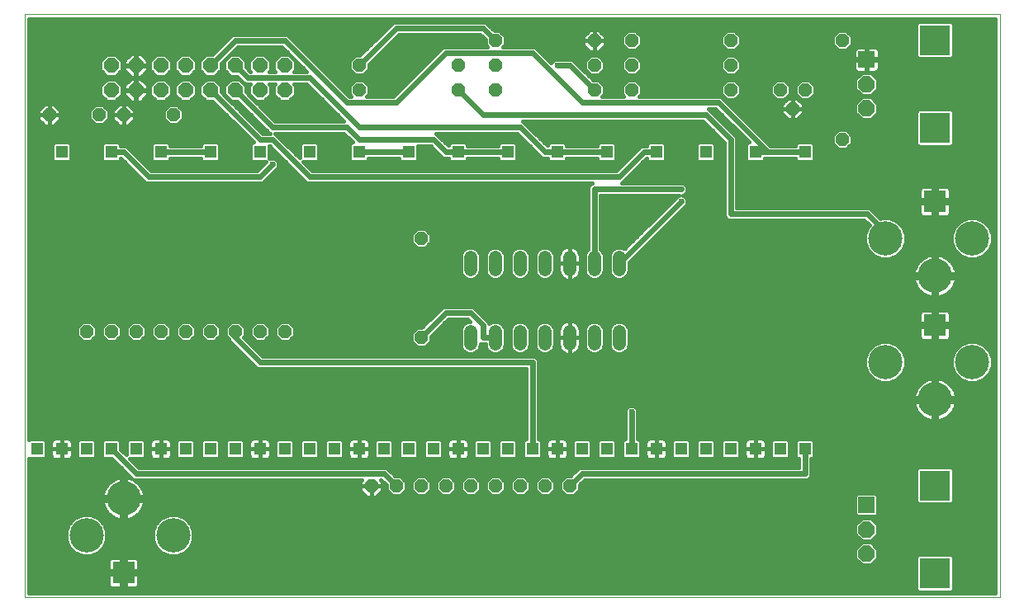
<source format=gbl>
G75*
G70*
%OFA0B0*%
%FSLAX24Y24*%
%IPPOS*%
%LPD*%
%AMOC8*
5,1,8,0,0,1.08239X$1,22.5*
%
%ADD10C,0.0000*%
%ADD11R,0.0515X0.0515*%
%ADD12R,0.0886X0.0886*%
%ADD13C,0.1384*%
%ADD14C,0.0520*%
%ADD15OC8,0.0600*%
%ADD16OC8,0.0520*%
%ADD17R,0.0660X0.0660*%
%ADD18OC8,0.0660*%
%ADD19R,0.1227X0.1227*%
%ADD20C,0.0160*%
%ADD21C,0.0240*%
%ADD22C,0.0240*%
D10*
X000180Y000680D02*
X000180Y024251D01*
X039550Y024251D01*
X039550Y000680D01*
X000180Y000680D01*
D11*
X000680Y006680D03*
X001680Y006680D03*
X002680Y006680D03*
X003680Y006680D03*
X004680Y006680D03*
X005680Y006680D03*
X006680Y006680D03*
X007680Y006680D03*
X008680Y006680D03*
X009680Y006680D03*
X010680Y006680D03*
X011680Y006680D03*
X012680Y006680D03*
X013680Y006680D03*
X014680Y006680D03*
X015680Y006680D03*
X016680Y006680D03*
X017680Y006680D03*
X018680Y006680D03*
X019680Y006680D03*
X020680Y006680D03*
X021680Y006680D03*
X022680Y006680D03*
X023680Y006680D03*
X024680Y006680D03*
X025680Y006680D03*
X026680Y006680D03*
X027680Y006680D03*
X028680Y006680D03*
X029680Y006680D03*
X030680Y006680D03*
X031680Y006680D03*
X031680Y018680D03*
X029680Y018680D03*
X027680Y018680D03*
X025680Y018680D03*
X023680Y018680D03*
X021680Y018680D03*
X019680Y018680D03*
X017680Y018680D03*
X015680Y018680D03*
X013680Y018680D03*
X011680Y018680D03*
X009680Y018680D03*
X007680Y018680D03*
X005680Y018680D03*
X003680Y018680D03*
X001680Y018680D03*
D12*
X004180Y001680D03*
X036930Y011680D03*
X036930Y016680D03*
D13*
X038430Y015180D03*
X036930Y013680D03*
X034930Y015180D03*
X034930Y010180D03*
X036930Y008680D03*
X038430Y010180D03*
X006180Y003180D03*
X004180Y004680D03*
X002680Y003180D03*
D14*
X018180Y010920D02*
X018180Y011440D01*
X019180Y011440D02*
X019180Y010920D01*
X020180Y010920D02*
X020180Y011440D01*
X021180Y011440D02*
X021180Y010920D01*
X022180Y010920D02*
X022180Y011440D01*
X023180Y011440D02*
X023180Y010920D01*
X024180Y010920D02*
X024180Y011440D01*
X024180Y013920D02*
X024180Y014440D01*
X023180Y014440D02*
X023180Y013920D01*
X022180Y013920D02*
X022180Y014440D01*
X021180Y014440D02*
X021180Y013920D01*
X020180Y013920D02*
X020180Y014440D01*
X019180Y014440D02*
X019180Y013920D01*
X018180Y013920D02*
X018180Y014440D01*
D15*
X010680Y021180D03*
X009680Y021180D03*
X008680Y021180D03*
X007680Y021180D03*
X006680Y021180D03*
X005680Y021180D03*
X004680Y021180D03*
X003680Y021180D03*
X003680Y022180D03*
X004680Y022180D03*
X005680Y022180D03*
X006680Y022180D03*
X007680Y022180D03*
X008680Y022180D03*
X009680Y022180D03*
X010680Y022180D03*
D16*
X013680Y022180D03*
X013680Y021180D03*
X017680Y021180D03*
X019180Y021180D03*
X019180Y022180D03*
X017680Y022180D03*
X019180Y023180D03*
X023180Y023180D03*
X023180Y022180D03*
X023180Y021180D03*
X024680Y021180D03*
X024680Y022180D03*
X024680Y023180D03*
X028680Y023180D03*
X028680Y022180D03*
X028680Y021180D03*
X030680Y021180D03*
X031680Y021180D03*
X031180Y020430D03*
X033180Y019180D03*
X033180Y023180D03*
X016180Y015180D03*
X010680Y011430D03*
X009680Y011430D03*
X008680Y011430D03*
X007680Y011430D03*
X006680Y011430D03*
X005680Y011430D03*
X004680Y011430D03*
X003680Y011430D03*
X002680Y011430D03*
X014180Y005180D03*
X015180Y005180D03*
X016180Y005180D03*
X017180Y005180D03*
X018180Y005180D03*
X019180Y005180D03*
X020180Y005180D03*
X021180Y005180D03*
X022180Y005180D03*
X016180Y011180D03*
X006180Y020180D03*
X004180Y020180D03*
X003180Y020180D03*
X001180Y020180D03*
D17*
X034174Y022414D03*
X034174Y004414D03*
D18*
X034174Y003430D03*
X034174Y002446D03*
X034174Y020446D03*
X034174Y021430D03*
D19*
X036930Y019658D03*
X036930Y023202D03*
X036930Y005202D03*
X036930Y001658D03*
D20*
X037683Y001631D02*
X039370Y001631D01*
X039370Y001473D02*
X037683Y001473D01*
X037683Y001314D02*
X039370Y001314D01*
X039370Y001156D02*
X037683Y001156D01*
X037683Y000997D02*
X039370Y000997D01*
X039370Y000860D02*
X039370Y024071D01*
X000360Y024071D01*
X000360Y007073D01*
X000365Y007077D01*
X000995Y007077D01*
X001077Y006995D01*
X001077Y006365D01*
X000995Y006283D01*
X000365Y006283D01*
X000360Y006287D01*
X000360Y000860D01*
X039370Y000860D01*
X039370Y001790D02*
X037683Y001790D01*
X037683Y001948D02*
X039370Y001948D01*
X039370Y002107D02*
X037683Y002107D01*
X037683Y002265D02*
X039370Y002265D01*
X039370Y002424D02*
X034644Y002424D01*
X034644Y002582D02*
X039370Y002582D01*
X039370Y002741D02*
X034544Y002741D01*
X034644Y002640D02*
X034369Y002916D01*
X033979Y002916D01*
X033704Y002640D01*
X033704Y002251D01*
X033979Y001976D01*
X034369Y001976D01*
X034644Y002251D01*
X034644Y002640D01*
X034386Y002899D02*
X039370Y002899D01*
X039370Y003058D02*
X034466Y003058D01*
X034369Y002960D02*
X033979Y002960D01*
X033704Y003235D01*
X033704Y003625D01*
X033979Y003900D01*
X034369Y003900D01*
X034644Y003625D01*
X034644Y003235D01*
X034369Y002960D01*
X034625Y003216D02*
X039370Y003216D01*
X039370Y003375D02*
X034644Y003375D01*
X034644Y003533D02*
X039370Y003533D01*
X039370Y003692D02*
X034577Y003692D01*
X034419Y003850D02*
X039370Y003850D01*
X039370Y004009D02*
X034626Y004009D01*
X034644Y004026D02*
X034644Y004802D01*
X034562Y004884D01*
X033786Y004884D01*
X033704Y004802D01*
X033704Y004026D01*
X033786Y003944D01*
X034562Y003944D01*
X034644Y004026D01*
X034644Y004167D02*
X039370Y004167D01*
X039370Y004326D02*
X034644Y004326D01*
X034644Y004484D02*
X036223Y004484D01*
X036259Y004448D02*
X036177Y004530D01*
X036177Y005873D01*
X036259Y005955D01*
X037601Y005955D01*
X037683Y005873D01*
X037683Y004530D01*
X037601Y004448D01*
X036259Y004448D01*
X036177Y004643D02*
X034644Y004643D01*
X034644Y004801D02*
X036177Y004801D01*
X036177Y004960D02*
X022525Y004960D01*
X022580Y005014D02*
X022580Y005212D01*
X022788Y005420D01*
X031732Y005420D01*
X031827Y005460D01*
X031900Y005533D01*
X031940Y005628D01*
X031940Y006283D01*
X031995Y006283D01*
X032077Y006365D01*
X032077Y006995D01*
X031995Y007077D01*
X031365Y007077D01*
X031283Y006995D01*
X031283Y006365D01*
X031365Y006283D01*
X031420Y006283D01*
X031420Y005940D01*
X022628Y005940D01*
X022533Y005900D01*
X022212Y005580D01*
X022014Y005580D01*
X021780Y005346D01*
X021780Y005014D01*
X022014Y004780D01*
X022346Y004780D01*
X022580Y005014D01*
X022580Y005118D02*
X036177Y005118D01*
X036177Y005277D02*
X022644Y005277D01*
X022226Y005594D02*
X015134Y005594D01*
X015148Y005580D02*
X014827Y005900D01*
X014732Y005940D01*
X004788Y005940D01*
X004445Y006283D01*
X004995Y006283D01*
X005077Y006365D01*
X005077Y006995D01*
X004995Y007077D01*
X004365Y007077D01*
X004283Y006995D01*
X004283Y006445D01*
X004077Y006650D01*
X004077Y006995D01*
X003995Y007077D01*
X003365Y007077D01*
X003283Y006995D01*
X003283Y006365D01*
X003365Y006283D01*
X003710Y006283D01*
X004460Y005533D01*
X004501Y005491D01*
X004461Y005508D01*
X004351Y005537D01*
X004260Y005549D01*
X004260Y004760D01*
X005049Y004760D01*
X005037Y004851D01*
X005008Y004961D01*
X004964Y005067D01*
X004907Y005166D01*
X004837Y005256D01*
X004756Y005337D01*
X004666Y005407D01*
X004643Y005420D01*
X013798Y005420D01*
X013740Y005362D01*
X013740Y005180D01*
X014180Y005180D01*
X014620Y005180D01*
X014620Y005362D01*
X014562Y005420D01*
X014572Y005420D01*
X014780Y005212D01*
X014780Y005014D01*
X015014Y004780D01*
X015346Y004780D01*
X015580Y005014D01*
X015580Y005346D01*
X015346Y005580D01*
X015148Y005580D01*
X014976Y005752D02*
X022384Y005752D01*
X022557Y005911D02*
X014803Y005911D01*
X014995Y006283D02*
X014365Y006283D01*
X014283Y006365D01*
X014283Y006995D01*
X014365Y007077D01*
X014995Y007077D01*
X015077Y006995D01*
X015077Y006365D01*
X014995Y006283D01*
X015077Y006386D02*
X015283Y006386D01*
X015283Y006365D02*
X015365Y006283D01*
X015995Y006283D01*
X016077Y006365D01*
X016077Y006995D01*
X015995Y007077D01*
X015365Y007077D01*
X015283Y006995D01*
X015283Y006365D01*
X015283Y006545D02*
X015077Y006545D01*
X015077Y006703D02*
X015283Y006703D01*
X015283Y006862D02*
X015077Y006862D01*
X015053Y007020D02*
X015307Y007020D01*
X016053Y007020D02*
X016307Y007020D01*
X016283Y006995D02*
X016283Y006365D01*
X016365Y006283D01*
X016995Y006283D01*
X017077Y006365D01*
X017077Y006995D01*
X016995Y007077D01*
X016365Y007077D01*
X016283Y006995D01*
X016283Y006862D02*
X016077Y006862D01*
X016077Y006703D02*
X016283Y006703D01*
X016283Y006545D02*
X016077Y006545D01*
X016077Y006386D02*
X016283Y006386D01*
X017077Y006386D02*
X017246Y006386D01*
X017243Y006399D02*
X017255Y006353D01*
X017278Y006312D01*
X017312Y006278D01*
X017353Y006255D01*
X017399Y006243D01*
X017680Y006243D01*
X017961Y006243D01*
X018007Y006255D01*
X018048Y006278D01*
X018082Y006312D01*
X018105Y006353D01*
X018117Y006399D01*
X018117Y006680D01*
X018117Y006961D01*
X018105Y007007D01*
X018082Y007048D01*
X018048Y007082D01*
X018007Y007105D01*
X017961Y007117D01*
X017680Y007117D01*
X017680Y006680D01*
X017680Y006680D01*
X018117Y006680D01*
X017680Y006680D01*
X017680Y006680D01*
X017680Y007117D01*
X017399Y007117D01*
X017353Y007105D01*
X017312Y007082D01*
X017278Y007048D01*
X017255Y007007D01*
X017243Y006961D01*
X017243Y006680D01*
X017243Y006399D01*
X017243Y006545D02*
X017077Y006545D01*
X017077Y006703D02*
X017243Y006703D01*
X017243Y006680D02*
X017680Y006680D01*
X017680Y006243D01*
X017680Y006680D01*
X017680Y006680D01*
X017680Y006680D01*
X017243Y006680D01*
X017243Y006862D02*
X017077Y006862D01*
X017053Y007020D02*
X017262Y007020D01*
X017680Y007020D02*
X017680Y007020D01*
X017680Y006862D02*
X017680Y006862D01*
X017680Y006703D02*
X017680Y006703D01*
X017680Y006545D02*
X017680Y006545D01*
X017680Y006386D02*
X017680Y006386D01*
X018114Y006386D02*
X018283Y006386D01*
X018283Y006365D02*
X018365Y006283D01*
X018995Y006283D01*
X019077Y006365D01*
X019077Y006995D01*
X018995Y007077D01*
X018365Y007077D01*
X018283Y006995D01*
X018283Y006365D01*
X018283Y006545D02*
X018117Y006545D01*
X018117Y006703D02*
X018283Y006703D01*
X018283Y006862D02*
X018117Y006862D01*
X018098Y007020D02*
X018307Y007020D01*
X019053Y007020D02*
X019307Y007020D01*
X019283Y006995D02*
X019283Y006365D01*
X019365Y006283D01*
X019995Y006283D01*
X020077Y006365D01*
X020077Y006995D01*
X019995Y007077D01*
X019365Y007077D01*
X019283Y006995D01*
X019283Y006862D02*
X019077Y006862D01*
X019077Y006703D02*
X019283Y006703D01*
X019283Y006545D02*
X019077Y006545D01*
X019077Y006386D02*
X019283Y006386D01*
X020077Y006386D02*
X020283Y006386D01*
X020283Y006365D02*
X020365Y006283D01*
X020995Y006283D01*
X021077Y006365D01*
X021077Y006995D01*
X020995Y007077D01*
X020940Y007077D01*
X020940Y010232D01*
X020900Y010327D01*
X020827Y010400D01*
X020732Y010440D01*
X009788Y010440D01*
X009022Y011206D01*
X009080Y011264D01*
X009080Y011596D01*
X008846Y011830D01*
X008514Y011830D01*
X008280Y011596D01*
X008280Y011264D01*
X008423Y011122D01*
X008460Y011033D01*
X008533Y010960D01*
X009533Y009960D01*
X009628Y009920D01*
X020420Y009920D01*
X020420Y007077D01*
X020365Y007077D01*
X020283Y006995D01*
X020283Y006365D01*
X020283Y006545D02*
X020077Y006545D01*
X020077Y006703D02*
X020283Y006703D01*
X020283Y006862D02*
X020077Y006862D01*
X020053Y007020D02*
X020307Y007020D01*
X020420Y007179D02*
X000360Y007179D01*
X000360Y007337D02*
X020420Y007337D01*
X020420Y007496D02*
X000360Y007496D01*
X000360Y007654D02*
X020420Y007654D01*
X020420Y007813D02*
X000360Y007813D01*
X000360Y007971D02*
X020420Y007971D01*
X020420Y008130D02*
X000360Y008130D01*
X000360Y008288D02*
X020420Y008288D01*
X020420Y008447D02*
X000360Y008447D01*
X000360Y008605D02*
X020420Y008605D01*
X020420Y008764D02*
X000360Y008764D01*
X000360Y008922D02*
X020420Y008922D01*
X020420Y009081D02*
X000360Y009081D01*
X000360Y009239D02*
X020420Y009239D01*
X020420Y009398D02*
X000360Y009398D01*
X000360Y009556D02*
X020420Y009556D01*
X020420Y009715D02*
X000360Y009715D01*
X000360Y009873D02*
X020420Y009873D01*
X020940Y009873D02*
X034156Y009873D01*
X034098Y010014D02*
X034225Y009709D01*
X034459Y009475D01*
X034764Y009348D01*
X035096Y009348D01*
X035401Y009475D01*
X035635Y009709D01*
X035762Y010014D01*
X035762Y010346D01*
X035635Y010651D01*
X035401Y010885D01*
X035096Y011012D01*
X034764Y011012D01*
X034459Y010885D01*
X034225Y010651D01*
X034098Y010346D01*
X034098Y010014D01*
X034098Y010032D02*
X020940Y010032D01*
X020940Y010190D02*
X034098Y010190D01*
X034099Y010349D02*
X020879Y010349D01*
X020953Y010581D02*
X021100Y010520D01*
X021260Y010520D01*
X021407Y010581D01*
X021519Y010693D01*
X021580Y010840D01*
X021580Y011520D01*
X021519Y011667D01*
X021407Y011779D01*
X021260Y011840D01*
X021100Y011840D01*
X020953Y011779D01*
X020841Y011667D01*
X020780Y011520D01*
X020780Y010840D01*
X020841Y010693D01*
X020953Y010581D01*
X020869Y010666D02*
X020491Y010666D01*
X020519Y010693D02*
X020580Y010840D01*
X020580Y011520D01*
X020519Y011667D01*
X020407Y011779D01*
X020260Y011840D01*
X020100Y011840D01*
X019953Y011779D01*
X019841Y011667D01*
X019780Y011520D01*
X019780Y010840D01*
X019841Y010693D01*
X019953Y010581D01*
X020100Y010520D01*
X020260Y010520D01*
X020407Y010581D01*
X020519Y010693D01*
X020573Y010824D02*
X020787Y010824D01*
X020780Y010983D02*
X020580Y010983D01*
X020580Y011141D02*
X020780Y011141D01*
X020780Y011300D02*
X020580Y011300D01*
X020580Y011458D02*
X020780Y011458D01*
X020820Y011617D02*
X020540Y011617D01*
X020411Y011775D02*
X020949Y011775D01*
X021411Y011775D02*
X021893Y011775D01*
X021893Y011776D02*
X021844Y011727D01*
X021804Y011671D01*
X021772Y011609D01*
X021751Y011543D01*
X021740Y011475D01*
X021740Y011180D01*
X022180Y011180D01*
X022180Y011180D01*
X022180Y011880D01*
X022215Y011880D01*
X022283Y011869D01*
X022349Y011848D01*
X022411Y011816D01*
X022467Y011776D01*
X022516Y011727D01*
X022556Y011671D01*
X022588Y011609D01*
X022609Y011543D01*
X022620Y011475D01*
X022620Y011180D01*
X022180Y011180D01*
X022180Y011180D01*
X022180Y011180D01*
X022180Y011880D01*
X022145Y011880D01*
X022077Y011869D01*
X022011Y011848D01*
X021949Y011816D01*
X021893Y011776D01*
X021776Y011617D02*
X021540Y011617D01*
X021580Y011458D02*
X021740Y011458D01*
X021740Y011300D02*
X021580Y011300D01*
X021580Y011141D02*
X021740Y011141D01*
X021740Y011180D02*
X021740Y010885D01*
X021751Y010817D01*
X021772Y010751D01*
X021804Y010689D01*
X021844Y010633D01*
X021893Y010584D01*
X021949Y010544D01*
X022011Y010512D01*
X022077Y010491D01*
X022145Y010480D01*
X022180Y010480D01*
X022215Y010480D01*
X022283Y010491D01*
X022349Y010512D01*
X022411Y010544D01*
X022467Y010584D01*
X022516Y010633D01*
X022556Y010689D01*
X022588Y010751D01*
X022609Y010817D01*
X022620Y010885D01*
X022620Y011180D01*
X022180Y011180D01*
X022180Y010480D01*
X022180Y011180D01*
X022180Y011180D01*
X021740Y011180D01*
X021740Y010983D02*
X021580Y010983D01*
X021573Y010824D02*
X021750Y010824D01*
X021821Y010666D02*
X021491Y010666D01*
X022027Y010507D02*
X009721Y010507D01*
X009562Y010666D02*
X017869Y010666D01*
X017841Y010693D02*
X017953Y010581D01*
X018100Y010520D01*
X018260Y010520D01*
X018407Y010581D01*
X018519Y010693D01*
X018580Y010840D01*
X018580Y010940D01*
X018628Y010920D01*
X018780Y010920D01*
X018780Y010840D01*
X018841Y010693D01*
X018953Y010581D01*
X019100Y010520D01*
X019260Y010520D01*
X019407Y010581D01*
X019519Y010693D01*
X019580Y010840D01*
X019580Y011520D01*
X019519Y011667D01*
X019407Y011779D01*
X019260Y011840D01*
X019100Y011840D01*
X018953Y011779D01*
X018930Y011756D01*
X018900Y011827D01*
X018827Y011900D01*
X018327Y012400D01*
X018232Y012440D01*
X017128Y012440D01*
X017033Y012400D01*
X016960Y012327D01*
X016212Y011580D01*
X016014Y011580D01*
X015780Y011346D01*
X015780Y011014D01*
X016014Y010780D01*
X016346Y010780D01*
X016580Y011014D01*
X016580Y011212D01*
X017288Y011920D01*
X018072Y011920D01*
X018152Y011840D01*
X018100Y011840D01*
X017953Y011779D01*
X017841Y011667D01*
X017780Y011520D01*
X017780Y010840D01*
X017841Y010693D01*
X017787Y010824D02*
X016390Y010824D01*
X016548Y010983D02*
X017780Y010983D01*
X017780Y011141D02*
X016580Y011141D01*
X016667Y011300D02*
X017780Y011300D01*
X017780Y011458D02*
X016826Y011458D01*
X016984Y011617D02*
X017820Y011617D01*
X017949Y011775D02*
X017143Y011775D01*
X016724Y012092D02*
X000360Y012092D01*
X000360Y011934D02*
X016566Y011934D01*
X016407Y011775D02*
X010901Y011775D01*
X010846Y011830D02*
X010514Y011830D01*
X010280Y011596D01*
X010280Y011264D01*
X010514Y011030D01*
X010846Y011030D01*
X011080Y011264D01*
X011080Y011596D01*
X010846Y011830D01*
X011059Y011617D02*
X016249Y011617D01*
X015892Y011458D02*
X011080Y011458D01*
X011080Y011300D02*
X015780Y011300D01*
X015780Y011141D02*
X010957Y011141D01*
X010403Y011141D02*
X009957Y011141D01*
X009846Y011030D02*
X010080Y011264D01*
X010080Y011596D01*
X009846Y011830D01*
X009514Y011830D01*
X009280Y011596D01*
X009280Y011264D01*
X009514Y011030D01*
X009846Y011030D01*
X010080Y011300D02*
X010280Y011300D01*
X010280Y011458D02*
X010080Y011458D01*
X010059Y011617D02*
X010301Y011617D01*
X010459Y011775D02*
X009901Y011775D01*
X009459Y011775D02*
X008901Y011775D01*
X009059Y011617D02*
X009301Y011617D01*
X009280Y011458D02*
X009080Y011458D01*
X009080Y011300D02*
X009280Y011300D01*
X009403Y011141D02*
X009087Y011141D01*
X009245Y010983D02*
X015812Y010983D01*
X015970Y010824D02*
X009404Y010824D01*
X008985Y010507D02*
X000360Y010507D01*
X000360Y010349D02*
X009144Y010349D01*
X009302Y010190D02*
X000360Y010190D01*
X000360Y010032D02*
X009461Y010032D01*
X008827Y010666D02*
X000360Y010666D01*
X000360Y010824D02*
X008668Y010824D01*
X008510Y010983D02*
X000360Y010983D01*
X000360Y011141D02*
X002403Y011141D01*
X002514Y011030D02*
X002280Y011264D01*
X002280Y011596D01*
X002514Y011830D01*
X002846Y011830D01*
X003080Y011596D01*
X003080Y011264D01*
X002846Y011030D01*
X002514Y011030D01*
X002280Y011300D02*
X000360Y011300D01*
X000360Y011458D02*
X002280Y011458D01*
X002301Y011617D02*
X000360Y011617D01*
X000360Y011775D02*
X002459Y011775D01*
X002901Y011775D02*
X003459Y011775D01*
X003514Y011830D02*
X003280Y011596D01*
X003280Y011264D01*
X003514Y011030D01*
X003846Y011030D01*
X004080Y011264D01*
X004080Y011596D01*
X003846Y011830D01*
X003514Y011830D01*
X003301Y011617D02*
X003059Y011617D01*
X003080Y011458D02*
X003280Y011458D01*
X003280Y011300D02*
X003080Y011300D01*
X002957Y011141D02*
X003403Y011141D01*
X003957Y011141D02*
X004403Y011141D01*
X004514Y011030D02*
X004280Y011264D01*
X004280Y011596D01*
X004514Y011830D01*
X004846Y011830D01*
X005080Y011596D01*
X005080Y011264D01*
X004846Y011030D01*
X004514Y011030D01*
X004280Y011300D02*
X004080Y011300D01*
X004080Y011458D02*
X004280Y011458D01*
X004301Y011617D02*
X004059Y011617D01*
X003901Y011775D02*
X004459Y011775D01*
X004901Y011775D02*
X005459Y011775D01*
X005514Y011830D02*
X005280Y011596D01*
X005280Y011264D01*
X005514Y011030D01*
X005846Y011030D01*
X006080Y011264D01*
X006080Y011596D01*
X005846Y011830D01*
X005514Y011830D01*
X005301Y011617D02*
X005059Y011617D01*
X005080Y011458D02*
X005280Y011458D01*
X005280Y011300D02*
X005080Y011300D01*
X004957Y011141D02*
X005403Y011141D01*
X005957Y011141D02*
X006403Y011141D01*
X006514Y011030D02*
X006280Y011264D01*
X006280Y011596D01*
X006514Y011830D01*
X006846Y011830D01*
X007080Y011596D01*
X007080Y011264D01*
X006846Y011030D01*
X006514Y011030D01*
X006280Y011300D02*
X006080Y011300D01*
X006080Y011458D02*
X006280Y011458D01*
X006301Y011617D02*
X006059Y011617D01*
X005901Y011775D02*
X006459Y011775D01*
X006901Y011775D02*
X007459Y011775D01*
X007514Y011830D02*
X007280Y011596D01*
X007280Y011264D01*
X007514Y011030D01*
X007846Y011030D01*
X008080Y011264D01*
X008080Y011596D01*
X007846Y011830D01*
X007514Y011830D01*
X007301Y011617D02*
X007059Y011617D01*
X007080Y011458D02*
X007280Y011458D01*
X007280Y011300D02*
X007080Y011300D01*
X006957Y011141D02*
X007403Y011141D01*
X007957Y011141D02*
X008403Y011141D01*
X008280Y011300D02*
X008080Y011300D01*
X008080Y011458D02*
X008280Y011458D01*
X008301Y011617D02*
X008059Y011617D01*
X007901Y011775D02*
X008459Y011775D01*
X015780Y015014D02*
X016014Y014780D01*
X016346Y014780D01*
X016580Y015014D01*
X016580Y015346D01*
X016346Y015580D01*
X016014Y015580D01*
X015780Y015346D01*
X015780Y015014D01*
X015780Y015104D02*
X000360Y015104D01*
X000360Y015262D02*
X015780Y015262D01*
X015855Y015421D02*
X000360Y015421D01*
X000360Y015579D02*
X016013Y015579D01*
X016347Y015579D02*
X022920Y015579D01*
X022920Y015421D02*
X016505Y015421D01*
X016580Y015262D02*
X022920Y015262D01*
X022920Y015104D02*
X016580Y015104D01*
X016511Y014945D02*
X022920Y014945D01*
X022920Y014787D02*
X022452Y014787D01*
X022467Y014776D02*
X022411Y014816D01*
X022349Y014848D01*
X022283Y014869D01*
X022215Y014880D01*
X022180Y014880D01*
X022180Y014180D01*
X022180Y014180D01*
X022620Y014180D01*
X022620Y014475D01*
X022609Y014543D01*
X022588Y014609D01*
X022556Y014671D01*
X022516Y014727D01*
X022467Y014776D01*
X022578Y014628D02*
X022825Y014628D01*
X022841Y014667D02*
X022780Y014520D01*
X022780Y013840D01*
X022841Y013693D01*
X022953Y013581D01*
X023100Y013520D01*
X023260Y013520D01*
X023407Y013581D01*
X023519Y013693D01*
X023580Y013840D01*
X023580Y014520D01*
X023519Y014667D01*
X023440Y014746D01*
X023440Y016920D01*
X026580Y016920D01*
X026533Y016900D01*
X026460Y016827D01*
X024409Y014777D01*
X024407Y014779D01*
X024260Y014840D01*
X024100Y014840D01*
X023953Y014779D01*
X023841Y014667D01*
X023780Y014520D01*
X023780Y013840D01*
X023841Y013693D01*
X023953Y013581D01*
X024100Y013520D01*
X024260Y013520D01*
X024407Y013581D01*
X024519Y013693D01*
X024580Y013840D01*
X024580Y014212D01*
X026827Y016460D01*
X026900Y016533D01*
X026940Y016628D01*
X026940Y016732D01*
X026900Y016827D01*
X026827Y016900D01*
X026756Y016930D01*
X026827Y016960D01*
X026900Y017033D01*
X026940Y017128D01*
X026940Y017232D01*
X026900Y017327D01*
X026827Y017400D01*
X026732Y017440D01*
X024280Y017440D01*
X024327Y017460D01*
X025283Y018415D01*
X025283Y018365D01*
X025365Y018283D01*
X025995Y018283D01*
X026077Y018365D01*
X026077Y018995D01*
X025995Y019077D01*
X025365Y019077D01*
X025283Y018995D01*
X025283Y018940D01*
X025128Y018940D01*
X025033Y018900D01*
X024960Y018827D01*
X024072Y017940D01*
X011788Y017940D01*
X011445Y018283D01*
X011995Y018283D01*
X012077Y018365D01*
X012077Y018995D01*
X011995Y019077D01*
X011365Y019077D01*
X011283Y018995D01*
X011283Y018445D01*
X010327Y019400D01*
X010280Y019420D01*
X013072Y019420D01*
X013415Y019077D01*
X013365Y019077D01*
X013283Y018995D01*
X013283Y018365D01*
X013365Y018283D01*
X013995Y018283D01*
X014077Y018365D01*
X014077Y018420D01*
X015283Y018420D01*
X015283Y018365D01*
X015365Y018283D01*
X015995Y018283D01*
X016077Y018365D01*
X016077Y018920D01*
X016572Y018920D01*
X016960Y018533D01*
X017033Y018460D01*
X017128Y018420D01*
X017283Y018420D01*
X017283Y018365D01*
X017365Y018283D01*
X017995Y018283D01*
X018077Y018365D01*
X018077Y018420D01*
X019283Y018420D01*
X019283Y018365D01*
X019365Y018283D01*
X019995Y018283D01*
X020077Y018365D01*
X020077Y018995D01*
X019995Y019077D01*
X019365Y019077D01*
X019283Y018995D01*
X019283Y018940D01*
X018077Y018940D01*
X018077Y018995D01*
X017995Y019077D01*
X017365Y019077D01*
X017283Y018995D01*
X017283Y018945D01*
X016827Y019400D01*
X016780Y019420D01*
X020072Y019420D01*
X020960Y018533D01*
X021033Y018460D01*
X021128Y018420D01*
X021283Y018420D01*
X021283Y018365D01*
X021365Y018283D01*
X021995Y018283D01*
X022077Y018365D01*
X022077Y018420D01*
X023283Y018420D01*
X023283Y018365D01*
X023365Y018283D01*
X023995Y018283D01*
X024077Y018365D01*
X024077Y018995D01*
X023995Y019077D01*
X023365Y019077D01*
X023283Y018995D01*
X023283Y018940D01*
X022077Y018940D01*
X022077Y018995D01*
X021995Y019077D01*
X021365Y019077D01*
X021283Y018995D01*
X021283Y018945D01*
X020327Y019900D01*
X020280Y019920D01*
X027572Y019920D01*
X028420Y019072D01*
X028420Y016128D01*
X028460Y016033D01*
X028533Y015960D01*
X028628Y015920D01*
X034072Y015920D01*
X034283Y015710D01*
X034225Y015651D01*
X034098Y015346D01*
X034098Y015014D01*
X034225Y014709D01*
X034459Y014475D01*
X034764Y014348D01*
X035096Y014348D01*
X035401Y014475D01*
X035635Y014709D01*
X035762Y015014D01*
X035762Y015346D01*
X035635Y015651D01*
X035401Y015885D01*
X035096Y016012D01*
X034764Y016012D01*
X034730Y015998D01*
X034327Y016400D01*
X034232Y016440D01*
X028940Y016440D01*
X028940Y019232D01*
X028900Y019327D01*
X028827Y019400D01*
X027827Y020400D01*
X027780Y020420D01*
X028072Y020420D01*
X029415Y019077D01*
X029365Y019077D01*
X029283Y018995D01*
X029283Y018365D01*
X029365Y018283D01*
X029995Y018283D01*
X030077Y018365D01*
X030077Y018420D01*
X031283Y018420D01*
X031283Y018365D01*
X031365Y018283D01*
X031995Y018283D01*
X032077Y018365D01*
X032077Y018995D01*
X031995Y019077D01*
X031365Y019077D01*
X031283Y018995D01*
X031283Y018940D01*
X030288Y018940D01*
X028327Y020900D01*
X028232Y020940D01*
X025006Y020940D01*
X025080Y021014D01*
X025080Y021346D01*
X024846Y021580D01*
X024514Y021580D01*
X024280Y021346D01*
X024280Y021014D01*
X024354Y020940D01*
X023506Y020940D01*
X023580Y021014D01*
X023580Y021346D01*
X023346Y021580D01*
X023148Y021580D01*
X022400Y022327D01*
X022327Y022400D01*
X022232Y022440D01*
X021628Y022440D01*
X021533Y022400D01*
X021460Y022327D01*
X021442Y022285D01*
X020827Y022900D01*
X020732Y022940D01*
X019506Y022940D01*
X019580Y023014D01*
X019580Y023346D01*
X019346Y023580D01*
X019148Y023580D01*
X018827Y023900D01*
X018732Y023940D01*
X015128Y023940D01*
X015033Y023900D01*
X014960Y023827D01*
X013712Y022580D01*
X013514Y022580D01*
X013280Y022346D01*
X013280Y022014D01*
X013514Y021780D01*
X013846Y021780D01*
X014080Y022014D01*
X014080Y022212D01*
X015288Y023420D01*
X018572Y023420D01*
X018780Y023212D01*
X018780Y023014D01*
X018854Y022940D01*
X017128Y022940D01*
X017033Y022900D01*
X016960Y022827D01*
X015072Y020940D01*
X014006Y020940D01*
X014080Y021014D01*
X014080Y021346D01*
X013846Y021580D01*
X013514Y021580D01*
X013280Y021346D01*
X013280Y021014D01*
X013354Y020940D01*
X013288Y020940D01*
X010827Y023400D01*
X010732Y023440D01*
X008628Y023440D01*
X008533Y023400D01*
X008460Y023327D01*
X007752Y022620D01*
X007498Y022620D01*
X007240Y022362D01*
X007240Y021998D01*
X007498Y021740D01*
X007862Y021740D01*
X008120Y021998D01*
X008120Y022252D01*
X008788Y022920D01*
X010572Y022920D01*
X011552Y021940D01*
X011062Y021940D01*
X011120Y021998D01*
X011120Y022362D01*
X010862Y022620D01*
X010498Y022620D01*
X010240Y022362D01*
X010240Y021998D01*
X010298Y021940D01*
X010062Y021940D01*
X010120Y021998D01*
X010120Y022362D01*
X009862Y022620D01*
X009498Y022620D01*
X009240Y022362D01*
X009240Y021998D01*
X009298Y021940D01*
X009288Y021940D01*
X009120Y022108D01*
X009120Y022362D01*
X008862Y022620D01*
X008498Y022620D01*
X008240Y022362D01*
X008240Y021998D01*
X008498Y021740D01*
X008752Y021740D01*
X008960Y021533D01*
X009033Y021460D01*
X009128Y021420D01*
X009298Y021420D01*
X009240Y021362D01*
X009240Y020998D01*
X009498Y020740D01*
X009862Y020740D01*
X010120Y020998D01*
X010120Y021362D01*
X010062Y021420D01*
X010298Y021420D01*
X010240Y021362D01*
X010240Y020998D01*
X010498Y020740D01*
X010862Y020740D01*
X011120Y020998D01*
X011120Y021362D01*
X011062Y021420D01*
X011572Y021420D01*
X013052Y019940D01*
X010288Y019940D01*
X009120Y021108D01*
X009120Y021362D01*
X008862Y021620D01*
X008498Y021620D01*
X008240Y021362D01*
X008240Y020998D01*
X008498Y020740D01*
X008752Y020740D01*
X009960Y019533D01*
X009960Y019533D01*
X010033Y019460D01*
X010080Y019440D01*
X009788Y019440D01*
X008120Y021108D01*
X008120Y021362D01*
X007862Y021620D01*
X007498Y021620D01*
X007240Y021362D01*
X007240Y020998D01*
X007498Y020740D01*
X007752Y020740D01*
X009415Y019077D01*
X009365Y019077D01*
X009283Y018995D01*
X009283Y018365D01*
X009365Y018283D01*
X009915Y018283D01*
X009572Y017940D01*
X005288Y017940D01*
X004400Y018827D01*
X004327Y018900D01*
X004232Y018940D01*
X004077Y018940D01*
X004077Y018995D01*
X003995Y019077D01*
X003365Y019077D01*
X003283Y018995D01*
X003283Y018365D01*
X003365Y018283D01*
X003995Y018283D01*
X004077Y018365D01*
X004077Y018415D01*
X005033Y017460D01*
X005128Y017420D01*
X009732Y017420D01*
X009827Y017460D01*
X009900Y017533D01*
X010327Y017960D01*
X010400Y018033D01*
X010440Y018128D01*
X010440Y018232D01*
X010400Y018327D01*
X010327Y018400D01*
X010232Y018440D01*
X010128Y018440D01*
X010077Y018419D01*
X010077Y018915D01*
X011460Y017533D01*
X011533Y017460D01*
X011628Y017420D01*
X023080Y017420D01*
X023033Y017400D01*
X022960Y017327D01*
X022920Y017232D01*
X022920Y014746D01*
X022841Y014667D01*
X022780Y014470D02*
X022620Y014470D01*
X022620Y014311D02*
X022780Y014311D01*
X022780Y014153D02*
X022620Y014153D01*
X022620Y014180D02*
X022180Y014180D01*
X022180Y014180D01*
X022180Y014180D01*
X021740Y014180D01*
X021740Y014475D01*
X021751Y014543D01*
X021772Y014609D01*
X021804Y014671D01*
X021844Y014727D01*
X021893Y014776D01*
X021949Y014816D01*
X022011Y014848D01*
X022077Y014869D01*
X022145Y014880D01*
X022180Y014880D01*
X022180Y014180D01*
X022180Y013480D01*
X022215Y013480D01*
X022283Y013491D01*
X022349Y013512D01*
X022411Y013544D01*
X022467Y013584D01*
X022516Y013633D01*
X022556Y013689D01*
X022588Y013751D01*
X022609Y013817D01*
X022620Y013885D01*
X022620Y014180D01*
X022620Y013994D02*
X022780Y013994D01*
X022782Y013836D02*
X022612Y013836D01*
X022547Y013677D02*
X022857Y013677D01*
X022361Y013519D02*
X036072Y013519D01*
X036073Y013509D02*
X036102Y013399D01*
X036146Y013293D01*
X036203Y013194D01*
X036273Y013104D01*
X036354Y013023D01*
X036444Y012953D01*
X036543Y012896D01*
X036649Y012852D01*
X036759Y012823D01*
X036850Y012811D01*
X036850Y013600D01*
X036061Y013600D01*
X036073Y013509D01*
X036119Y013360D02*
X000360Y013360D01*
X000360Y013202D02*
X036199Y013202D01*
X036334Y013043D02*
X000360Y013043D01*
X000360Y012885D02*
X036571Y012885D01*
X036850Y012885D02*
X037010Y012885D01*
X037010Y012811D02*
X037101Y012823D01*
X037211Y012852D01*
X037317Y012896D01*
X037416Y012953D01*
X037506Y013023D01*
X037587Y013104D01*
X037657Y013194D01*
X037714Y013293D01*
X037758Y013399D01*
X037787Y013509D01*
X037799Y013600D01*
X037010Y013600D01*
X037010Y013760D01*
X036850Y013760D01*
X036850Y014549D01*
X036759Y014537D01*
X036649Y014508D01*
X036543Y014464D01*
X036444Y014407D01*
X036354Y014337D01*
X036273Y014256D01*
X036203Y014166D01*
X036146Y014067D01*
X036102Y013961D01*
X036073Y013851D01*
X036061Y013760D01*
X036850Y013760D01*
X036850Y013600D01*
X037010Y013600D01*
X037010Y012811D01*
X037010Y013043D02*
X036850Y013043D01*
X036850Y013202D02*
X037010Y013202D01*
X037010Y013360D02*
X036850Y013360D01*
X036850Y013519D02*
X037010Y013519D01*
X037010Y013677D02*
X039370Y013677D01*
X039370Y013519D02*
X037788Y013519D01*
X037741Y013360D02*
X039370Y013360D01*
X039370Y013202D02*
X037661Y013202D01*
X037526Y013043D02*
X039370Y013043D01*
X039370Y012885D02*
X037289Y012885D01*
X037397Y012303D02*
X036998Y012303D01*
X036998Y011748D01*
X036862Y011748D01*
X036862Y012303D01*
X036463Y012303D01*
X036418Y012291D01*
X036377Y012267D01*
X036343Y012233D01*
X036319Y012192D01*
X036307Y012147D01*
X036307Y011748D01*
X036862Y011748D01*
X036862Y011612D01*
X036998Y011612D01*
X036998Y011748D01*
X037553Y011748D01*
X037553Y012147D01*
X037541Y012192D01*
X037517Y012233D01*
X037483Y012267D01*
X037442Y012291D01*
X037397Y012303D01*
X037500Y012251D02*
X039370Y012251D01*
X039370Y012409D02*
X018307Y012409D01*
X018477Y012251D02*
X036360Y012251D01*
X036307Y012092D02*
X018636Y012092D01*
X018794Y011934D02*
X036307Y011934D01*
X036307Y011775D02*
X024411Y011775D01*
X024407Y011779D02*
X024260Y011840D01*
X024100Y011840D01*
X023953Y011779D01*
X023841Y011667D01*
X023780Y011520D01*
X023780Y010840D01*
X023841Y010693D01*
X023953Y010581D01*
X024100Y010520D01*
X024260Y010520D01*
X024407Y010581D01*
X024519Y010693D01*
X024580Y010840D01*
X024580Y011520D01*
X024519Y011667D01*
X024407Y011779D01*
X024540Y011617D02*
X036862Y011617D01*
X036862Y011612D02*
X036307Y011612D01*
X036307Y011213D01*
X036319Y011168D01*
X036343Y011127D01*
X036377Y011093D01*
X036418Y011069D01*
X036463Y011057D01*
X036862Y011057D01*
X036862Y011612D01*
X036998Y011612D02*
X036998Y011057D01*
X037397Y011057D01*
X037442Y011069D01*
X037483Y011093D01*
X037517Y011127D01*
X037541Y011168D01*
X037553Y011213D01*
X037553Y011612D01*
X036998Y011612D01*
X036998Y011617D02*
X039370Y011617D01*
X039370Y011775D02*
X037553Y011775D01*
X037553Y011934D02*
X039370Y011934D01*
X039370Y012092D02*
X037553Y012092D01*
X036998Y012092D02*
X036862Y012092D01*
X036862Y011934D02*
X036998Y011934D01*
X036998Y011775D02*
X036862Y011775D01*
X036862Y011458D02*
X036998Y011458D01*
X036998Y011300D02*
X036862Y011300D01*
X036862Y011141D02*
X036998Y011141D01*
X037525Y011141D02*
X039370Y011141D01*
X039370Y010983D02*
X038667Y010983D01*
X038596Y011012D02*
X038264Y011012D01*
X037959Y010885D01*
X037725Y010651D01*
X037598Y010346D01*
X037598Y010014D01*
X037725Y009709D01*
X037959Y009475D01*
X038264Y009348D01*
X038596Y009348D01*
X038901Y009475D01*
X039135Y009709D01*
X039262Y010014D01*
X039262Y010346D01*
X039135Y010651D01*
X038901Y010885D01*
X038596Y011012D01*
X038193Y010983D02*
X035167Y010983D01*
X035463Y010824D02*
X037897Y010824D01*
X037739Y010666D02*
X035621Y010666D01*
X035695Y010507D02*
X037665Y010507D01*
X037599Y010349D02*
X035761Y010349D01*
X035762Y010190D02*
X037598Y010190D01*
X037598Y010032D02*
X035762Y010032D01*
X035704Y009873D02*
X037656Y009873D01*
X037722Y009715D02*
X035638Y009715D01*
X035483Y009556D02*
X037877Y009556D01*
X038145Y009398D02*
X037428Y009398D01*
X037416Y009407D02*
X037317Y009464D01*
X037211Y009508D01*
X037101Y009537D01*
X037010Y009549D01*
X037010Y008760D01*
X036850Y008760D01*
X036850Y009549D01*
X036759Y009537D01*
X036649Y009508D01*
X036543Y009464D01*
X036444Y009407D01*
X036354Y009337D01*
X036273Y009256D01*
X036203Y009166D01*
X036146Y009067D01*
X036102Y008961D01*
X036073Y008851D01*
X036061Y008760D01*
X036850Y008760D01*
X036850Y008600D01*
X036061Y008600D01*
X036073Y008509D01*
X036102Y008399D01*
X036146Y008293D01*
X036203Y008194D01*
X036273Y008104D01*
X036354Y008023D01*
X036444Y007953D01*
X036543Y007896D01*
X036649Y007852D01*
X036759Y007823D01*
X036850Y007811D01*
X036850Y008600D01*
X037010Y008600D01*
X037010Y008760D01*
X037799Y008760D01*
X037787Y008851D01*
X037758Y008961D01*
X037714Y009067D01*
X037657Y009166D01*
X037587Y009256D01*
X037506Y009337D01*
X037416Y009407D01*
X037600Y009239D02*
X039370Y009239D01*
X039370Y009081D02*
X037706Y009081D01*
X037768Y008922D02*
X039370Y008922D01*
X039370Y008764D02*
X037799Y008764D01*
X037799Y008600D02*
X037010Y008600D01*
X037010Y007811D01*
X037101Y007823D01*
X037211Y007852D01*
X037317Y007896D01*
X037416Y007953D01*
X037506Y008023D01*
X037587Y008104D01*
X037657Y008194D01*
X037714Y008293D01*
X037758Y008399D01*
X037787Y008509D01*
X037799Y008600D01*
X037770Y008447D02*
X039370Y008447D01*
X039370Y008605D02*
X037010Y008605D01*
X037010Y008447D02*
X036850Y008447D01*
X036850Y008605D02*
X020940Y008605D01*
X020940Y008447D02*
X036090Y008447D01*
X036149Y008288D02*
X024917Y008288D01*
X024900Y008327D02*
X024827Y008400D01*
X024732Y008440D01*
X024628Y008440D01*
X024533Y008400D01*
X024460Y008327D01*
X024420Y008232D01*
X024420Y007077D01*
X024365Y007077D01*
X024283Y006995D01*
X024283Y006365D01*
X024365Y006283D01*
X024995Y006283D01*
X025077Y006365D01*
X025077Y006995D01*
X024995Y007077D01*
X024940Y007077D01*
X024940Y008232D01*
X024900Y008327D01*
X024940Y008130D02*
X036253Y008130D01*
X036421Y007971D02*
X024940Y007971D01*
X024940Y007813D02*
X036838Y007813D01*
X036850Y007813D02*
X037010Y007813D01*
X037022Y007813D02*
X039370Y007813D01*
X039370Y007971D02*
X037439Y007971D01*
X037607Y008130D02*
X039370Y008130D01*
X039370Y008288D02*
X037711Y008288D01*
X037010Y008288D02*
X036850Y008288D01*
X036850Y008130D02*
X037010Y008130D01*
X037010Y007971D02*
X036850Y007971D01*
X036850Y008764D02*
X037010Y008764D01*
X037010Y008922D02*
X036850Y008922D01*
X036850Y009081D02*
X037010Y009081D01*
X037010Y009239D02*
X036850Y009239D01*
X036850Y009398D02*
X037010Y009398D01*
X036432Y009398D02*
X035215Y009398D01*
X034645Y009398D02*
X020940Y009398D01*
X020940Y009556D02*
X034377Y009556D01*
X034222Y009715D02*
X020940Y009715D01*
X020940Y009239D02*
X036260Y009239D01*
X036154Y009081D02*
X020940Y009081D01*
X020940Y008922D02*
X036092Y008922D01*
X036061Y008764D02*
X020940Y008764D01*
X020940Y008288D02*
X024443Y008288D01*
X024420Y008130D02*
X020940Y008130D01*
X020940Y007971D02*
X024420Y007971D01*
X024420Y007813D02*
X020940Y007813D01*
X020940Y007654D02*
X024420Y007654D01*
X024420Y007496D02*
X020940Y007496D01*
X020940Y007337D02*
X024420Y007337D01*
X024420Y007179D02*
X020940Y007179D01*
X021053Y007020D02*
X021262Y007020D01*
X021255Y007007D02*
X021278Y007048D01*
X021312Y007082D01*
X021353Y007105D01*
X021399Y007117D01*
X021680Y007117D01*
X021680Y006680D01*
X021680Y006680D01*
X022117Y006680D01*
X022117Y006961D01*
X022105Y007007D01*
X022082Y007048D01*
X022048Y007082D01*
X022007Y007105D01*
X021961Y007117D01*
X021680Y007117D01*
X021680Y006680D01*
X021680Y006680D01*
X022117Y006680D01*
X022117Y006399D01*
X022105Y006353D01*
X022082Y006312D01*
X022048Y006278D01*
X022007Y006255D01*
X021961Y006243D01*
X021680Y006243D01*
X021680Y006680D01*
X021680Y006680D01*
X021680Y006680D01*
X021243Y006680D01*
X021243Y006399D01*
X021255Y006353D01*
X021278Y006312D01*
X021312Y006278D01*
X021353Y006255D01*
X021399Y006243D01*
X021680Y006243D01*
X021680Y006680D01*
X021243Y006680D01*
X021243Y006961D01*
X021255Y007007D01*
X021243Y006862D02*
X021077Y006862D01*
X021077Y006703D02*
X021243Y006703D01*
X021243Y006545D02*
X021077Y006545D01*
X021077Y006386D02*
X021246Y006386D01*
X021680Y006386D02*
X021680Y006386D01*
X021680Y006545D02*
X021680Y006545D01*
X021680Y006703D02*
X021680Y006703D01*
X021680Y006862D02*
X021680Y006862D01*
X021680Y007020D02*
X021680Y007020D01*
X022098Y007020D02*
X022307Y007020D01*
X022283Y006995D02*
X022283Y006365D01*
X022365Y006283D01*
X022995Y006283D01*
X023077Y006365D01*
X023077Y006995D01*
X022995Y007077D01*
X022365Y007077D01*
X022283Y006995D01*
X022283Y006862D02*
X022117Y006862D01*
X022117Y006703D02*
X022283Y006703D01*
X022283Y006545D02*
X022117Y006545D01*
X022114Y006386D02*
X022283Y006386D01*
X023077Y006386D02*
X023283Y006386D01*
X023283Y006365D02*
X023365Y006283D01*
X023995Y006283D01*
X024077Y006365D01*
X024077Y006995D01*
X023995Y007077D01*
X023365Y007077D01*
X023283Y006995D01*
X023283Y006365D01*
X023283Y006545D02*
X023077Y006545D01*
X023077Y006703D02*
X023283Y006703D01*
X023283Y006862D02*
X023077Y006862D01*
X023053Y007020D02*
X023307Y007020D01*
X024053Y007020D02*
X024307Y007020D01*
X024283Y006862D02*
X024077Y006862D01*
X024077Y006703D02*
X024283Y006703D01*
X024283Y006545D02*
X024077Y006545D01*
X024077Y006386D02*
X024283Y006386D01*
X025077Y006386D02*
X025246Y006386D01*
X025243Y006399D02*
X025255Y006353D01*
X025278Y006312D01*
X025312Y006278D01*
X025353Y006255D01*
X025399Y006243D01*
X025680Y006243D01*
X025961Y006243D01*
X026007Y006255D01*
X026048Y006278D01*
X026082Y006312D01*
X026105Y006353D01*
X026117Y006399D01*
X026117Y006680D01*
X026117Y006961D01*
X026105Y007007D01*
X026082Y007048D01*
X026048Y007082D01*
X026007Y007105D01*
X025961Y007117D01*
X025680Y007117D01*
X025680Y006680D01*
X025680Y006680D01*
X026117Y006680D01*
X025680Y006680D01*
X025680Y006680D01*
X025680Y007117D01*
X025399Y007117D01*
X025353Y007105D01*
X025312Y007082D01*
X025278Y007048D01*
X025255Y007007D01*
X025243Y006961D01*
X025243Y006680D01*
X025243Y006399D01*
X025243Y006545D02*
X025077Y006545D01*
X025077Y006703D02*
X025243Y006703D01*
X025243Y006680D02*
X025680Y006680D01*
X025680Y006243D01*
X025680Y006680D01*
X025680Y006680D01*
X025680Y006680D01*
X025243Y006680D01*
X025243Y006862D02*
X025077Y006862D01*
X025053Y007020D02*
X025262Y007020D01*
X024940Y007179D02*
X039370Y007179D01*
X039370Y007337D02*
X024940Y007337D01*
X024940Y007496D02*
X039370Y007496D01*
X039370Y007654D02*
X024940Y007654D01*
X025680Y007020D02*
X025680Y007020D01*
X025680Y006862D02*
X025680Y006862D01*
X025680Y006703D02*
X025680Y006703D01*
X025680Y006545D02*
X025680Y006545D01*
X025680Y006386D02*
X025680Y006386D01*
X026114Y006386D02*
X026283Y006386D01*
X026283Y006365D02*
X026365Y006283D01*
X026995Y006283D01*
X027077Y006365D01*
X027077Y006995D01*
X026995Y007077D01*
X026365Y007077D01*
X026283Y006995D01*
X026283Y006365D01*
X026283Y006545D02*
X026117Y006545D01*
X026117Y006703D02*
X026283Y006703D01*
X026283Y006862D02*
X026117Y006862D01*
X026098Y007020D02*
X026307Y007020D01*
X027053Y007020D02*
X027307Y007020D01*
X027283Y006995D02*
X027283Y006365D01*
X027365Y006283D01*
X027995Y006283D01*
X028077Y006365D01*
X028077Y006995D01*
X027995Y007077D01*
X027365Y007077D01*
X027283Y006995D01*
X027283Y006862D02*
X027077Y006862D01*
X027077Y006703D02*
X027283Y006703D01*
X027283Y006545D02*
X027077Y006545D01*
X027077Y006386D02*
X027283Y006386D01*
X028077Y006386D02*
X028283Y006386D01*
X028283Y006365D02*
X028365Y006283D01*
X028995Y006283D01*
X029077Y006365D01*
X029077Y006995D01*
X028995Y007077D01*
X028365Y007077D01*
X028283Y006995D01*
X028283Y006365D01*
X028283Y006545D02*
X028077Y006545D01*
X028077Y006703D02*
X028283Y006703D01*
X028283Y006862D02*
X028077Y006862D01*
X028053Y007020D02*
X028307Y007020D01*
X029053Y007020D02*
X029262Y007020D01*
X029255Y007007D02*
X029243Y006961D01*
X029243Y006680D01*
X029243Y006399D01*
X029255Y006353D01*
X029278Y006312D01*
X029312Y006278D01*
X029353Y006255D01*
X029399Y006243D01*
X029680Y006243D01*
X029961Y006243D01*
X030007Y006255D01*
X030048Y006278D01*
X030082Y006312D01*
X030105Y006353D01*
X030117Y006399D01*
X030117Y006680D01*
X030117Y006961D01*
X030105Y007007D01*
X030082Y007048D01*
X030048Y007082D01*
X030007Y007105D01*
X029961Y007117D01*
X029680Y007117D01*
X029680Y006680D01*
X029680Y006680D01*
X030117Y006680D01*
X029680Y006680D01*
X029680Y006680D01*
X029680Y007117D01*
X029399Y007117D01*
X029353Y007105D01*
X029312Y007082D01*
X029278Y007048D01*
X029255Y007007D01*
X029243Y006862D02*
X029077Y006862D01*
X029077Y006703D02*
X029243Y006703D01*
X029243Y006680D02*
X029680Y006680D01*
X029680Y006243D01*
X029680Y006680D01*
X029680Y006680D01*
X029680Y006680D01*
X029243Y006680D01*
X029243Y006545D02*
X029077Y006545D01*
X029077Y006386D02*
X029246Y006386D01*
X029680Y006386D02*
X029680Y006386D01*
X029680Y006545D02*
X029680Y006545D01*
X029680Y006703D02*
X029680Y006703D01*
X029680Y006862D02*
X029680Y006862D01*
X029680Y007020D02*
X029680Y007020D01*
X030098Y007020D02*
X030307Y007020D01*
X030283Y006995D02*
X030283Y006365D01*
X030365Y006283D01*
X030995Y006283D01*
X031077Y006365D01*
X031077Y006995D01*
X030995Y007077D01*
X030365Y007077D01*
X030283Y006995D01*
X030283Y006862D02*
X030117Y006862D01*
X030117Y006703D02*
X030283Y006703D01*
X030283Y006545D02*
X030117Y006545D01*
X030114Y006386D02*
X030283Y006386D01*
X031077Y006386D02*
X031283Y006386D01*
X031283Y006545D02*
X031077Y006545D01*
X031077Y006703D02*
X031283Y006703D01*
X031283Y006862D02*
X031077Y006862D01*
X031053Y007020D02*
X031307Y007020D01*
X032053Y007020D02*
X039370Y007020D01*
X039370Y006862D02*
X032077Y006862D01*
X032077Y006703D02*
X039370Y006703D01*
X039370Y006545D02*
X032077Y006545D01*
X032077Y006386D02*
X039370Y006386D01*
X039370Y006228D02*
X031940Y006228D01*
X031940Y006069D02*
X039370Y006069D01*
X039370Y005911D02*
X037646Y005911D01*
X037683Y005752D02*
X039370Y005752D01*
X039370Y005594D02*
X037683Y005594D01*
X037683Y005435D02*
X039370Y005435D01*
X039370Y005277D02*
X037683Y005277D01*
X037683Y005118D02*
X039370Y005118D01*
X039370Y004960D02*
X037683Y004960D01*
X037683Y004801D02*
X039370Y004801D01*
X039370Y004643D02*
X037683Y004643D01*
X037637Y004484D02*
X039370Y004484D01*
X036177Y005435D02*
X031768Y005435D01*
X031926Y005594D02*
X036177Y005594D01*
X036177Y005752D02*
X031940Y005752D01*
X031940Y005911D02*
X036214Y005911D01*
X033704Y004801D02*
X022367Y004801D01*
X021993Y004801D02*
X021367Y004801D01*
X021346Y004780D02*
X021580Y005014D01*
X021580Y005346D01*
X021346Y005580D01*
X021014Y005580D01*
X020780Y005346D01*
X020780Y005014D01*
X021014Y004780D01*
X021346Y004780D01*
X021525Y004960D02*
X021835Y004960D01*
X021780Y005118D02*
X021580Y005118D01*
X021580Y005277D02*
X021780Y005277D01*
X021869Y005435D02*
X021491Y005435D01*
X020869Y005435D02*
X020491Y005435D01*
X020580Y005346D02*
X020346Y005580D01*
X020014Y005580D01*
X019780Y005346D01*
X019780Y005014D01*
X020014Y004780D01*
X020346Y004780D01*
X020580Y005014D01*
X020580Y005346D01*
X020580Y005277D02*
X020780Y005277D01*
X020780Y005118D02*
X020580Y005118D01*
X020525Y004960D02*
X020835Y004960D01*
X020993Y004801D02*
X020367Y004801D01*
X019993Y004801D02*
X019367Y004801D01*
X019346Y004780D02*
X019580Y005014D01*
X019580Y005346D01*
X019346Y005580D01*
X019014Y005580D01*
X018780Y005346D01*
X018780Y005014D01*
X019014Y004780D01*
X019346Y004780D01*
X019525Y004960D02*
X019835Y004960D01*
X019780Y005118D02*
X019580Y005118D01*
X019580Y005277D02*
X019780Y005277D01*
X019869Y005435D02*
X019491Y005435D01*
X018869Y005435D02*
X018491Y005435D01*
X018580Y005346D02*
X018346Y005580D01*
X018014Y005580D01*
X017780Y005346D01*
X017780Y005014D01*
X018014Y004780D01*
X018346Y004780D01*
X018580Y005014D01*
X018580Y005346D01*
X018580Y005277D02*
X018780Y005277D01*
X018780Y005118D02*
X018580Y005118D01*
X018525Y004960D02*
X018835Y004960D01*
X018993Y004801D02*
X018367Y004801D01*
X017993Y004801D02*
X017367Y004801D01*
X017346Y004780D02*
X017580Y005014D01*
X017580Y005346D01*
X017346Y005580D01*
X017014Y005580D01*
X016780Y005346D01*
X016780Y005014D01*
X017014Y004780D01*
X017346Y004780D01*
X017525Y004960D02*
X017835Y004960D01*
X017780Y005118D02*
X017580Y005118D01*
X017580Y005277D02*
X017780Y005277D01*
X017869Y005435D02*
X017491Y005435D01*
X016869Y005435D02*
X016491Y005435D01*
X016580Y005346D02*
X016346Y005580D01*
X016014Y005580D01*
X015780Y005346D01*
X015780Y005014D01*
X016014Y004780D01*
X016346Y004780D01*
X016580Y005014D01*
X016580Y005346D01*
X016580Y005277D02*
X016780Y005277D01*
X016780Y005118D02*
X016580Y005118D01*
X016525Y004960D02*
X016835Y004960D01*
X016993Y004801D02*
X016367Y004801D01*
X015993Y004801D02*
X015367Y004801D01*
X015525Y004960D02*
X015835Y004960D01*
X015780Y005118D02*
X015580Y005118D01*
X015580Y005277D02*
X015780Y005277D01*
X015869Y005435D02*
X015491Y005435D01*
X014780Y005118D02*
X014620Y005118D01*
X014620Y005180D02*
X014180Y005180D01*
X014180Y005180D01*
X014180Y004740D01*
X014362Y004740D01*
X014620Y004998D01*
X014620Y005180D01*
X014620Y005277D02*
X014716Y005277D01*
X014180Y005180D02*
X014180Y005180D01*
X014180Y005180D01*
X014180Y004740D01*
X013998Y004740D01*
X013740Y004998D01*
X013740Y005180D01*
X014180Y005180D01*
X014180Y005118D02*
X014180Y005118D01*
X014180Y004960D02*
X014180Y004960D01*
X014180Y004801D02*
X014180Y004801D01*
X014423Y004801D02*
X014993Y004801D01*
X014835Y004960D02*
X014582Y004960D01*
X013937Y004801D02*
X005044Y004801D01*
X005008Y004960D02*
X013778Y004960D01*
X013740Y005118D02*
X004934Y005118D01*
X004817Y005277D02*
X013740Y005277D01*
X013680Y006243D02*
X013961Y006243D01*
X014007Y006255D01*
X014048Y006278D01*
X014082Y006312D01*
X014105Y006353D01*
X014117Y006399D01*
X014117Y006680D01*
X014117Y006961D01*
X014105Y007007D01*
X014082Y007048D01*
X014048Y007082D01*
X014007Y007105D01*
X013961Y007117D01*
X013680Y007117D01*
X013680Y006680D01*
X013680Y006680D01*
X014117Y006680D01*
X013680Y006680D01*
X013680Y006680D01*
X013680Y007117D01*
X013399Y007117D01*
X013353Y007105D01*
X013312Y007082D01*
X013278Y007048D01*
X013255Y007007D01*
X013243Y006961D01*
X013243Y006680D01*
X013243Y006399D01*
X013255Y006353D01*
X013278Y006312D01*
X013312Y006278D01*
X013353Y006255D01*
X013399Y006243D01*
X013680Y006243D01*
X013680Y006680D01*
X013680Y006680D01*
X013680Y006680D01*
X013243Y006680D01*
X013680Y006680D01*
X013680Y006243D01*
X013680Y006386D02*
X013680Y006386D01*
X013680Y006545D02*
X013680Y006545D01*
X013680Y006703D02*
X013680Y006703D01*
X013680Y006862D02*
X013680Y006862D01*
X013680Y007020D02*
X013680Y007020D01*
X013262Y007020D02*
X013053Y007020D01*
X013077Y006995D02*
X012995Y007077D01*
X012365Y007077D01*
X012283Y006995D01*
X012283Y006365D01*
X012365Y006283D01*
X012995Y006283D01*
X013077Y006365D01*
X013077Y006995D01*
X013077Y006862D02*
X013243Y006862D01*
X013243Y006703D02*
X013077Y006703D01*
X013077Y006545D02*
X013243Y006545D01*
X013246Y006386D02*
X013077Y006386D01*
X012283Y006386D02*
X012077Y006386D01*
X012077Y006365D02*
X012077Y006995D01*
X011995Y007077D01*
X011365Y007077D01*
X011283Y006995D01*
X011283Y006365D01*
X011365Y006283D01*
X011995Y006283D01*
X012077Y006365D01*
X012077Y006545D02*
X012283Y006545D01*
X012283Y006703D02*
X012077Y006703D01*
X012077Y006862D02*
X012283Y006862D01*
X012307Y007020D02*
X012053Y007020D01*
X011307Y007020D02*
X011053Y007020D01*
X011077Y006995D02*
X010995Y007077D01*
X010365Y007077D01*
X010283Y006995D01*
X010283Y006365D01*
X010365Y006283D01*
X010995Y006283D01*
X011077Y006365D01*
X011077Y006995D01*
X011077Y006862D02*
X011283Y006862D01*
X011283Y006703D02*
X011077Y006703D01*
X011077Y006545D02*
X011283Y006545D01*
X011283Y006386D02*
X011077Y006386D01*
X010283Y006386D02*
X010114Y006386D01*
X010117Y006399D02*
X010117Y006680D01*
X010117Y006961D01*
X010105Y007007D01*
X010082Y007048D01*
X010048Y007082D01*
X010007Y007105D01*
X009961Y007117D01*
X009680Y007117D01*
X009680Y006680D01*
X009680Y006680D01*
X010117Y006680D01*
X009680Y006680D01*
X009680Y006680D01*
X009680Y007117D01*
X009399Y007117D01*
X009353Y007105D01*
X009312Y007082D01*
X009278Y007048D01*
X009255Y007007D01*
X009243Y006961D01*
X009243Y006680D01*
X009243Y006399D01*
X009255Y006353D01*
X009278Y006312D01*
X009312Y006278D01*
X009353Y006255D01*
X009399Y006243D01*
X009680Y006243D01*
X009961Y006243D01*
X010007Y006255D01*
X010048Y006278D01*
X010082Y006312D01*
X010105Y006353D01*
X010117Y006399D01*
X010117Y006545D02*
X010283Y006545D01*
X010283Y006703D02*
X010117Y006703D01*
X010117Y006862D02*
X010283Y006862D01*
X010307Y007020D02*
X010098Y007020D01*
X009680Y007020D02*
X009680Y007020D01*
X009680Y006862D02*
X009680Y006862D01*
X009680Y006703D02*
X009680Y006703D01*
X009680Y006680D02*
X009680Y006680D01*
X009680Y006243D01*
X009680Y006680D01*
X009680Y006680D01*
X009243Y006680D01*
X009680Y006680D01*
X009680Y006545D02*
X009680Y006545D01*
X009680Y006386D02*
X009680Y006386D01*
X009246Y006386D02*
X009077Y006386D01*
X009077Y006365D02*
X009077Y006995D01*
X008995Y007077D01*
X008365Y007077D01*
X008283Y006995D01*
X008283Y006365D01*
X008365Y006283D01*
X008995Y006283D01*
X009077Y006365D01*
X009077Y006545D02*
X009243Y006545D01*
X009243Y006703D02*
X009077Y006703D01*
X009077Y006862D02*
X009243Y006862D01*
X009262Y007020D02*
X009053Y007020D01*
X008307Y007020D02*
X008053Y007020D01*
X008077Y006995D02*
X007995Y007077D01*
X007365Y007077D01*
X007283Y006995D01*
X007283Y006365D01*
X007365Y006283D01*
X007995Y006283D01*
X008077Y006365D01*
X008077Y006995D01*
X008077Y006862D02*
X008283Y006862D01*
X008283Y006703D02*
X008077Y006703D01*
X008077Y006545D02*
X008283Y006545D01*
X008283Y006386D02*
X008077Y006386D01*
X007283Y006386D02*
X007077Y006386D01*
X007077Y006365D02*
X007077Y006995D01*
X006995Y007077D01*
X006365Y007077D01*
X006283Y006995D01*
X006283Y006365D01*
X006365Y006283D01*
X006995Y006283D01*
X007077Y006365D01*
X007077Y006545D02*
X007283Y006545D01*
X007283Y006703D02*
X007077Y006703D01*
X007077Y006862D02*
X007283Y006862D01*
X007307Y007020D02*
X007053Y007020D01*
X006307Y007020D02*
X006098Y007020D01*
X006105Y007007D02*
X006082Y007048D01*
X006048Y007082D01*
X006007Y007105D01*
X005961Y007117D01*
X005680Y007117D01*
X005680Y006680D01*
X005680Y006680D01*
X006117Y006680D01*
X006117Y006961D01*
X006105Y007007D01*
X006117Y006862D02*
X006283Y006862D01*
X006283Y006703D02*
X006117Y006703D01*
X006117Y006680D02*
X005680Y006680D01*
X005680Y006680D01*
X005680Y007117D01*
X005399Y007117D01*
X005353Y007105D01*
X005312Y007082D01*
X005278Y007048D01*
X005255Y007007D01*
X005243Y006961D01*
X005243Y006680D01*
X005243Y006399D01*
X005255Y006353D01*
X005278Y006312D01*
X005312Y006278D01*
X005353Y006255D01*
X005399Y006243D01*
X005680Y006243D01*
X005961Y006243D01*
X006007Y006255D01*
X006048Y006278D01*
X006082Y006312D01*
X006105Y006353D01*
X006117Y006399D01*
X006117Y006680D01*
X006117Y006545D02*
X006283Y006545D01*
X006283Y006386D02*
X006114Y006386D01*
X005680Y006386D02*
X005680Y006386D01*
X005680Y006243D02*
X005680Y006680D01*
X005680Y006680D01*
X005680Y006680D01*
X005243Y006680D01*
X005680Y006680D01*
X005680Y006243D01*
X005680Y006545D02*
X005680Y006545D01*
X005680Y006703D02*
X005680Y006703D01*
X005680Y006862D02*
X005680Y006862D01*
X005680Y007020D02*
X005680Y007020D01*
X005262Y007020D02*
X005053Y007020D01*
X005077Y006862D02*
X005243Y006862D01*
X005243Y006703D02*
X005077Y006703D01*
X005077Y006545D02*
X005243Y006545D01*
X005246Y006386D02*
X005077Y006386D01*
X004659Y006069D02*
X031420Y006069D01*
X031420Y006228D02*
X004500Y006228D01*
X004283Y006545D02*
X004183Y006545D01*
X004283Y006703D02*
X004077Y006703D01*
X004077Y006862D02*
X004283Y006862D01*
X004307Y007020D02*
X004053Y007020D01*
X003307Y007020D02*
X003053Y007020D01*
X003077Y006995D02*
X002995Y007077D01*
X002365Y007077D01*
X002283Y006995D01*
X002283Y006365D01*
X002365Y006283D01*
X002995Y006283D01*
X003077Y006365D01*
X003077Y006995D01*
X003077Y006862D02*
X003283Y006862D01*
X003283Y006703D02*
X003077Y006703D01*
X003077Y006545D02*
X003283Y006545D01*
X003283Y006386D02*
X003077Y006386D01*
X003765Y006228D02*
X000360Y006228D01*
X000360Y006069D02*
X003923Y006069D01*
X004082Y005911D02*
X000360Y005911D01*
X000360Y005752D02*
X004240Y005752D01*
X004399Y005594D02*
X000360Y005594D01*
X000360Y005435D02*
X003743Y005435D01*
X003694Y005407D02*
X003604Y005337D01*
X003523Y005256D01*
X003453Y005166D01*
X003396Y005067D01*
X003352Y004961D01*
X003323Y004851D01*
X003311Y004760D01*
X004100Y004760D01*
X004100Y005549D01*
X004009Y005537D01*
X003899Y005508D01*
X003793Y005464D01*
X003694Y005407D01*
X003543Y005277D02*
X000360Y005277D01*
X000360Y005118D02*
X003426Y005118D01*
X003352Y004960D02*
X000360Y004960D01*
X000360Y004801D02*
X003316Y004801D01*
X003311Y004600D02*
X003323Y004509D01*
X003352Y004399D01*
X003396Y004293D01*
X003453Y004194D01*
X003523Y004104D01*
X003604Y004023D01*
X003694Y003953D01*
X003793Y003896D01*
X003899Y003852D01*
X004009Y003823D01*
X004100Y003811D01*
X004100Y004600D01*
X004260Y004600D01*
X004260Y004760D01*
X004100Y004760D01*
X004100Y004600D01*
X003311Y004600D01*
X003330Y004484D02*
X000360Y004484D01*
X000360Y004326D02*
X003383Y004326D01*
X003474Y004167D02*
X000360Y004167D01*
X000360Y004009D02*
X002506Y004009D01*
X002514Y004012D02*
X002209Y003885D01*
X001975Y003651D01*
X001848Y003346D01*
X001848Y003014D01*
X001975Y002709D01*
X002209Y002475D01*
X002514Y002348D01*
X002846Y002348D01*
X003151Y002475D01*
X003385Y002709D01*
X003512Y003014D01*
X003512Y003346D01*
X003385Y003651D01*
X003151Y003885D01*
X002846Y004012D01*
X002514Y004012D01*
X002854Y004009D02*
X003622Y004009D01*
X003908Y003850D02*
X003187Y003850D01*
X003345Y003692D02*
X005515Y003692D01*
X005475Y003651D02*
X005348Y003346D01*
X005348Y003014D01*
X005475Y002709D01*
X005709Y002475D01*
X006014Y002348D01*
X006346Y002348D01*
X006651Y002475D01*
X006885Y002709D01*
X007012Y003014D01*
X007012Y003346D01*
X006885Y003651D01*
X006651Y003885D01*
X006346Y004012D01*
X006014Y004012D01*
X005709Y003885D01*
X005475Y003651D01*
X005426Y003533D02*
X003434Y003533D01*
X003500Y003375D02*
X005360Y003375D01*
X005348Y003216D02*
X003512Y003216D01*
X003512Y003058D02*
X005348Y003058D01*
X005396Y002899D02*
X003464Y002899D01*
X003399Y002741D02*
X005461Y002741D01*
X005601Y002582D02*
X003259Y002582D01*
X003028Y002424D02*
X005832Y002424D01*
X006528Y002424D02*
X033704Y002424D01*
X033704Y002582D02*
X006759Y002582D01*
X006899Y002741D02*
X033804Y002741D01*
X033963Y002899D02*
X006964Y002899D01*
X007012Y003058D02*
X033882Y003058D01*
X033723Y003216D02*
X007012Y003216D01*
X007000Y003375D02*
X033704Y003375D01*
X033704Y003533D02*
X006934Y003533D01*
X006845Y003692D02*
X033771Y003692D01*
X033929Y003850D02*
X006687Y003850D01*
X006354Y004009D02*
X033722Y004009D01*
X033704Y004167D02*
X004886Y004167D01*
X004907Y004194D02*
X004964Y004293D01*
X005008Y004399D01*
X005037Y004509D01*
X005049Y004600D01*
X004260Y004600D01*
X004260Y003811D01*
X004351Y003823D01*
X004461Y003852D01*
X004567Y003896D01*
X004666Y003953D01*
X004756Y004023D01*
X004837Y004104D01*
X004907Y004194D01*
X004977Y004326D02*
X033704Y004326D01*
X033704Y004484D02*
X005030Y004484D01*
X004738Y004009D02*
X006006Y004009D01*
X005673Y003850D02*
X004452Y003850D01*
X004260Y003850D02*
X004100Y003850D01*
X004100Y004009D02*
X004260Y004009D01*
X004260Y004167D02*
X004100Y004167D01*
X004100Y004326D02*
X004260Y004326D01*
X004260Y004484D02*
X004100Y004484D01*
X004100Y004643D02*
X000360Y004643D01*
X000360Y003850D02*
X002173Y003850D01*
X002015Y003692D02*
X000360Y003692D01*
X000360Y003533D02*
X001926Y003533D01*
X001860Y003375D02*
X000360Y003375D01*
X000360Y003216D02*
X001848Y003216D01*
X001848Y003058D02*
X000360Y003058D01*
X000360Y002899D02*
X001896Y002899D01*
X001961Y002741D02*
X000360Y002741D01*
X000360Y002582D02*
X002101Y002582D01*
X002332Y002424D02*
X000360Y002424D01*
X000360Y002265D02*
X003625Y002265D01*
X003627Y002267D02*
X003593Y002233D01*
X003569Y002192D01*
X003557Y002147D01*
X003557Y001748D01*
X004112Y001748D01*
X004112Y001612D01*
X004248Y001612D01*
X004248Y001057D01*
X004647Y001057D01*
X004692Y001069D01*
X004733Y001093D01*
X004767Y001127D01*
X004791Y001168D01*
X004803Y001213D01*
X004803Y001612D01*
X004248Y001612D01*
X004248Y001748D01*
X004112Y001748D01*
X004112Y002303D01*
X003713Y002303D01*
X003668Y002291D01*
X003627Y002267D01*
X003557Y002107D02*
X000360Y002107D01*
X000360Y001948D02*
X003557Y001948D01*
X003557Y001790D02*
X000360Y001790D01*
X000360Y001631D02*
X004112Y001631D01*
X004112Y001612D02*
X003557Y001612D01*
X003557Y001213D01*
X003569Y001168D01*
X003593Y001127D01*
X003627Y001093D01*
X003668Y001069D01*
X003713Y001057D01*
X004112Y001057D01*
X004112Y001612D01*
X004248Y001631D02*
X036177Y001631D01*
X036177Y001473D02*
X004803Y001473D01*
X004803Y001314D02*
X036177Y001314D01*
X036177Y001156D02*
X004784Y001156D01*
X004248Y001156D02*
X004112Y001156D01*
X004112Y001314D02*
X004248Y001314D01*
X004248Y001473D02*
X004112Y001473D01*
X004248Y001748D02*
X004803Y001748D01*
X004803Y002147D01*
X004791Y002192D01*
X004767Y002233D01*
X004733Y002267D01*
X004692Y002291D01*
X004647Y002303D01*
X004248Y002303D01*
X004248Y001748D01*
X004248Y001790D02*
X004112Y001790D01*
X004112Y001948D02*
X004248Y001948D01*
X004248Y002107D02*
X004112Y002107D01*
X004112Y002265D02*
X004248Y002265D01*
X004735Y002265D02*
X033704Y002265D01*
X033849Y002107D02*
X004803Y002107D01*
X004803Y001948D02*
X036177Y001948D01*
X036177Y001790D02*
X004803Y001790D01*
X003557Y001473D02*
X000360Y001473D01*
X000360Y001314D02*
X003557Y001314D01*
X003576Y001156D02*
X000360Y001156D01*
X000360Y000997D02*
X036177Y000997D01*
X036177Y000987D02*
X036259Y000905D01*
X037601Y000905D01*
X037683Y000987D01*
X037683Y002330D01*
X037601Y002412D01*
X036259Y002412D01*
X036177Y002330D01*
X036177Y000987D01*
X036177Y002107D02*
X034500Y002107D01*
X034644Y002265D02*
X036177Y002265D01*
X033704Y004643D02*
X004260Y004643D01*
X004260Y004801D02*
X004100Y004801D01*
X004100Y004960D02*
X004260Y004960D01*
X004260Y005118D02*
X004100Y005118D01*
X004100Y005277D02*
X004260Y005277D01*
X004260Y005435D02*
X004100Y005435D01*
X002283Y006386D02*
X002114Y006386D01*
X002117Y006399D02*
X002117Y006680D01*
X002117Y006961D01*
X002105Y007007D01*
X002082Y007048D01*
X002048Y007082D01*
X002007Y007105D01*
X001961Y007117D01*
X001680Y007117D01*
X001680Y006680D01*
X001680Y006680D01*
X002117Y006680D01*
X001680Y006680D01*
X001680Y006680D01*
X001680Y007117D01*
X001399Y007117D01*
X001353Y007105D01*
X001312Y007082D01*
X001278Y007048D01*
X001255Y007007D01*
X001243Y006961D01*
X001243Y006680D01*
X001243Y006399D01*
X001255Y006353D01*
X001278Y006312D01*
X001312Y006278D01*
X001353Y006255D01*
X001399Y006243D01*
X001680Y006243D01*
X001961Y006243D01*
X002007Y006255D01*
X002048Y006278D01*
X002082Y006312D01*
X002105Y006353D01*
X002117Y006399D01*
X002117Y006545D02*
X002283Y006545D01*
X002283Y006703D02*
X002117Y006703D01*
X002117Y006862D02*
X002283Y006862D01*
X002307Y007020D02*
X002098Y007020D01*
X001680Y007020D02*
X001680Y007020D01*
X001680Y006862D02*
X001680Y006862D01*
X001680Y006703D02*
X001680Y006703D01*
X001680Y006680D02*
X001680Y006680D01*
X001680Y006243D01*
X001680Y006680D01*
X001680Y006680D01*
X001243Y006680D01*
X001680Y006680D01*
X001680Y006545D02*
X001680Y006545D01*
X001680Y006386D02*
X001680Y006386D01*
X001246Y006386D02*
X001077Y006386D01*
X001077Y006545D02*
X001243Y006545D01*
X001243Y006703D02*
X001077Y006703D01*
X001077Y006862D02*
X001243Y006862D01*
X001262Y007020D02*
X001053Y007020D01*
X000360Y012251D02*
X016883Y012251D01*
X017053Y012409D02*
X000360Y012409D01*
X000360Y012568D02*
X039370Y012568D01*
X039370Y012726D02*
X000360Y012726D01*
X000360Y013519D02*
X021999Y013519D01*
X022011Y013512D02*
X022077Y013491D01*
X022145Y013480D01*
X022180Y013480D01*
X022180Y014180D01*
X022180Y014180D01*
X021740Y014180D01*
X021740Y013885D01*
X021751Y013817D01*
X021772Y013751D01*
X021804Y013689D01*
X021844Y013633D01*
X021893Y013584D01*
X021949Y013544D01*
X022011Y013512D01*
X022180Y013519D02*
X022180Y013519D01*
X022180Y013677D02*
X022180Y013677D01*
X022180Y013836D02*
X022180Y013836D01*
X022180Y013994D02*
X022180Y013994D01*
X022180Y014153D02*
X022180Y014153D01*
X022180Y014311D02*
X022180Y014311D01*
X022180Y014470D02*
X022180Y014470D01*
X022180Y014628D02*
X022180Y014628D01*
X022180Y014787D02*
X022180Y014787D01*
X021908Y014787D02*
X021389Y014787D01*
X021407Y014779D02*
X021260Y014840D01*
X021100Y014840D01*
X020953Y014779D01*
X020841Y014667D01*
X020780Y014520D01*
X020780Y013840D01*
X020841Y013693D01*
X020953Y013581D01*
X021100Y013520D01*
X021260Y013520D01*
X021407Y013581D01*
X021519Y013693D01*
X021580Y013840D01*
X021580Y014520D01*
X021519Y014667D01*
X021407Y014779D01*
X021535Y014628D02*
X021782Y014628D01*
X021740Y014470D02*
X021580Y014470D01*
X021580Y014311D02*
X021740Y014311D01*
X021740Y014153D02*
X021580Y014153D01*
X021580Y013994D02*
X021740Y013994D01*
X021748Y013836D02*
X021578Y013836D01*
X021503Y013677D02*
X021813Y013677D01*
X020857Y013677D02*
X020503Y013677D01*
X020519Y013693D02*
X020580Y013840D01*
X020580Y014520D01*
X020519Y014667D01*
X020407Y014779D01*
X020260Y014840D01*
X020100Y014840D01*
X019953Y014779D01*
X019841Y014667D01*
X019780Y014520D01*
X019780Y013840D01*
X019841Y013693D01*
X019953Y013581D01*
X020100Y013520D01*
X020260Y013520D01*
X020407Y013581D01*
X020519Y013693D01*
X020578Y013836D02*
X020782Y013836D01*
X020780Y013994D02*
X020580Y013994D01*
X020580Y014153D02*
X020780Y014153D01*
X020780Y014311D02*
X020580Y014311D01*
X020580Y014470D02*
X020780Y014470D01*
X020825Y014628D02*
X020535Y014628D01*
X020389Y014787D02*
X020971Y014787D01*
X019971Y014787D02*
X019389Y014787D01*
X019407Y014779D02*
X019260Y014840D01*
X019100Y014840D01*
X018953Y014779D01*
X018841Y014667D01*
X018780Y014520D01*
X018780Y013840D01*
X018841Y013693D01*
X018953Y013581D01*
X019100Y013520D01*
X019260Y013520D01*
X019407Y013581D01*
X019519Y013693D01*
X019580Y013840D01*
X019580Y014520D01*
X019519Y014667D01*
X019407Y014779D01*
X019535Y014628D02*
X019825Y014628D01*
X019780Y014470D02*
X019580Y014470D01*
X019580Y014311D02*
X019780Y014311D01*
X019780Y014153D02*
X019580Y014153D01*
X019580Y013994D02*
X019780Y013994D01*
X019782Y013836D02*
X019578Y013836D01*
X019503Y013677D02*
X019857Y013677D01*
X018857Y013677D02*
X018503Y013677D01*
X018519Y013693D02*
X018580Y013840D01*
X018580Y014520D01*
X018519Y014667D01*
X018407Y014779D01*
X018260Y014840D01*
X018100Y014840D01*
X017953Y014779D01*
X017841Y014667D01*
X017780Y014520D01*
X017780Y013840D01*
X017841Y013693D01*
X017953Y013581D01*
X018100Y013520D01*
X018260Y013520D01*
X018407Y013581D01*
X018519Y013693D01*
X018578Y013836D02*
X018782Y013836D01*
X018780Y013994D02*
X018580Y013994D01*
X018580Y014153D02*
X018780Y014153D01*
X018780Y014311D02*
X018580Y014311D01*
X018580Y014470D02*
X018780Y014470D01*
X018825Y014628D02*
X018535Y014628D01*
X018389Y014787D02*
X018971Y014787D01*
X017971Y014787D02*
X016352Y014787D01*
X016008Y014787D02*
X000360Y014787D01*
X000360Y014945D02*
X015849Y014945D01*
X017780Y014470D02*
X000360Y014470D01*
X000360Y014628D02*
X017825Y014628D01*
X017780Y014311D02*
X000360Y014311D01*
X000360Y014153D02*
X017780Y014153D01*
X017780Y013994D02*
X000360Y013994D01*
X000360Y013836D02*
X017782Y013836D01*
X017857Y013677D02*
X000360Y013677D01*
X000360Y015738D02*
X022920Y015738D01*
X022920Y015896D02*
X000360Y015896D01*
X000360Y016055D02*
X022920Y016055D01*
X022920Y016213D02*
X000360Y016213D01*
X000360Y016372D02*
X022920Y016372D01*
X022920Y016530D02*
X000360Y016530D01*
X000360Y016689D02*
X022920Y016689D01*
X022920Y016847D02*
X000360Y016847D01*
X000360Y017006D02*
X022920Y017006D01*
X022920Y017164D02*
X000360Y017164D01*
X000360Y017323D02*
X022958Y017323D01*
X023440Y016847D02*
X026479Y016847D01*
X026321Y016689D02*
X023440Y016689D01*
X023440Y016530D02*
X026162Y016530D01*
X026004Y016372D02*
X023440Y016372D01*
X023440Y016213D02*
X025845Y016213D01*
X025687Y016055D02*
X023440Y016055D01*
X023440Y015896D02*
X025528Y015896D01*
X025370Y015738D02*
X023440Y015738D01*
X023440Y015579D02*
X025211Y015579D01*
X025053Y015421D02*
X023440Y015421D01*
X023440Y015262D02*
X024894Y015262D01*
X024736Y015104D02*
X023440Y015104D01*
X023440Y014945D02*
X024577Y014945D01*
X024419Y014787D02*
X024389Y014787D01*
X023971Y014787D02*
X023440Y014787D01*
X023535Y014628D02*
X023825Y014628D01*
X023780Y014470D02*
X023580Y014470D01*
X023580Y014311D02*
X023780Y014311D01*
X023780Y014153D02*
X023580Y014153D01*
X023580Y013994D02*
X023780Y013994D01*
X023782Y013836D02*
X023578Y013836D01*
X023503Y013677D02*
X023857Y013677D01*
X024503Y013677D02*
X036850Y013677D01*
X036850Y013836D02*
X037010Y013836D01*
X037010Y013760D02*
X037010Y014549D01*
X037101Y014537D01*
X037211Y014508D01*
X037317Y014464D01*
X037416Y014407D01*
X037506Y014337D01*
X037587Y014256D01*
X037657Y014166D01*
X037714Y014067D01*
X037758Y013961D01*
X037787Y013851D01*
X037799Y013760D01*
X037010Y013760D01*
X037010Y013994D02*
X036850Y013994D01*
X036850Y014153D02*
X037010Y014153D01*
X037010Y014311D02*
X036850Y014311D01*
X036850Y014470D02*
X037010Y014470D01*
X037303Y014470D02*
X037971Y014470D01*
X037959Y014475D02*
X038264Y014348D01*
X038596Y014348D01*
X038901Y014475D01*
X039135Y014709D01*
X039262Y015014D01*
X039262Y015346D01*
X039135Y015651D01*
X038901Y015885D01*
X038596Y016012D01*
X038264Y016012D01*
X037959Y015885D01*
X037725Y015651D01*
X037598Y015346D01*
X037598Y015014D01*
X037725Y014709D01*
X037959Y014475D01*
X037805Y014628D02*
X035555Y014628D01*
X035668Y014787D02*
X037692Y014787D01*
X037627Y014945D02*
X035733Y014945D01*
X035762Y015104D02*
X037598Y015104D01*
X037598Y015262D02*
X035762Y015262D01*
X035731Y015421D02*
X037629Y015421D01*
X037695Y015579D02*
X035665Y015579D01*
X035549Y015738D02*
X037811Y015738D01*
X037984Y015896D02*
X035376Y015896D01*
X034673Y016055D02*
X039370Y016055D01*
X039370Y016213D02*
X037553Y016213D01*
X037553Y016612D01*
X036998Y016612D01*
X036998Y016748D01*
X036862Y016748D01*
X036862Y017303D01*
X036463Y017303D01*
X036418Y017291D01*
X036377Y017267D01*
X036343Y017233D01*
X036319Y017192D01*
X036307Y017147D01*
X036307Y016748D01*
X036862Y016748D01*
X036862Y016612D01*
X036998Y016612D01*
X036998Y016057D01*
X037397Y016057D01*
X037442Y016069D01*
X037483Y016093D01*
X037517Y016127D01*
X037541Y016168D01*
X037553Y016213D01*
X037553Y016372D02*
X039370Y016372D01*
X039370Y016530D02*
X037553Y016530D01*
X037553Y016748D02*
X036998Y016748D01*
X036998Y017303D01*
X037397Y017303D01*
X037442Y017291D01*
X037483Y017267D01*
X037517Y017233D01*
X037541Y017192D01*
X037553Y017147D01*
X037553Y016748D01*
X037553Y016847D02*
X039370Y016847D01*
X039370Y016689D02*
X036998Y016689D01*
X036862Y016689D02*
X028940Y016689D01*
X028940Y016847D02*
X036307Y016847D01*
X036307Y017006D02*
X028940Y017006D01*
X028940Y017164D02*
X036312Y017164D01*
X036862Y017164D02*
X036998Y017164D01*
X036998Y017006D02*
X036862Y017006D01*
X036862Y016847D02*
X036998Y016847D01*
X036862Y016612D02*
X036307Y016612D01*
X036307Y016213D01*
X034515Y016213D01*
X034356Y016372D02*
X036307Y016372D01*
X036307Y016530D02*
X028940Y016530D01*
X028420Y016530D02*
X026898Y016530D01*
X026940Y016689D02*
X028420Y016689D01*
X028420Y016847D02*
X026881Y016847D01*
X026873Y017006D02*
X028420Y017006D01*
X028420Y017164D02*
X026940Y017164D01*
X026902Y017323D02*
X028420Y017323D01*
X028420Y017481D02*
X024349Y017481D01*
X024507Y017640D02*
X028420Y017640D01*
X028420Y017798D02*
X024666Y017798D01*
X024824Y017957D02*
X028420Y017957D01*
X028420Y018115D02*
X024983Y018115D01*
X025141Y018274D02*
X028420Y018274D01*
X028420Y018432D02*
X028077Y018432D01*
X028077Y018365D02*
X027995Y018283D01*
X027365Y018283D01*
X027283Y018365D01*
X027283Y018995D01*
X027365Y019077D01*
X027995Y019077D01*
X028077Y018995D01*
X028077Y018365D01*
X028077Y018591D02*
X028420Y018591D01*
X028420Y018749D02*
X028077Y018749D01*
X028077Y018908D02*
X028420Y018908D01*
X028420Y019066D02*
X028007Y019066D01*
X028268Y019225D02*
X021003Y019225D01*
X020845Y019383D02*
X028109Y019383D01*
X027951Y019542D02*
X020686Y019542D01*
X020528Y019700D02*
X027792Y019700D01*
X027634Y019859D02*
X020369Y019859D01*
X020109Y019383D02*
X016845Y019383D01*
X017003Y019225D02*
X020268Y019225D01*
X020426Y019066D02*
X020007Y019066D01*
X020077Y018908D02*
X020585Y018908D01*
X020743Y018749D02*
X020077Y018749D01*
X020077Y018591D02*
X020902Y018591D01*
X021099Y018432D02*
X020077Y018432D01*
X019353Y019066D02*
X018007Y019066D01*
X017353Y019066D02*
X017162Y019066D01*
X016743Y018749D02*
X016077Y018749D01*
X016077Y018591D02*
X016902Y018591D01*
X017099Y018432D02*
X016077Y018432D01*
X016077Y018908D02*
X016585Y018908D01*
X015100Y020968D02*
X014034Y020968D01*
X014080Y021127D02*
X015259Y021127D01*
X015417Y021285D02*
X014080Y021285D01*
X013982Y021444D02*
X015576Y021444D01*
X015734Y021602D02*
X012626Y021602D01*
X012784Y021444D02*
X013378Y021444D01*
X013280Y021285D02*
X012943Y021285D01*
X013101Y021127D02*
X013280Y021127D01*
X013260Y020968D02*
X013326Y020968D01*
X012500Y020493D02*
X009735Y020493D01*
X009577Y020651D02*
X012341Y020651D01*
X012183Y020810D02*
X010932Y020810D01*
X011090Y020968D02*
X012024Y020968D01*
X011866Y021127D02*
X011120Y021127D01*
X011120Y021285D02*
X011707Y021285D01*
X012467Y021761D02*
X015893Y021761D01*
X016051Y021919D02*
X013985Y021919D01*
X014080Y022078D02*
X016210Y022078D01*
X016368Y022236D02*
X014104Y022236D01*
X014262Y022395D02*
X016527Y022395D01*
X016685Y022553D02*
X014421Y022553D01*
X014579Y022712D02*
X016844Y022712D01*
X017002Y022870D02*
X014738Y022870D01*
X014896Y023029D02*
X018780Y023029D01*
X018780Y023187D02*
X015055Y023187D01*
X015213Y023346D02*
X018647Y023346D01*
X019065Y023663D02*
X036177Y023663D01*
X036177Y023821D02*
X018907Y023821D01*
X019422Y023504D02*
X022882Y023504D01*
X022998Y023620D02*
X022740Y023362D01*
X022740Y023180D01*
X023180Y023180D01*
X023620Y023180D01*
X023620Y023362D01*
X023362Y023620D01*
X023180Y023620D01*
X023180Y023180D01*
X023180Y023180D01*
X023180Y023180D01*
X023620Y023180D01*
X023620Y022998D01*
X023362Y022740D01*
X023180Y022740D01*
X023180Y023180D01*
X023180Y023180D01*
X023180Y023180D01*
X023180Y023620D01*
X022998Y023620D01*
X023180Y023504D02*
X023180Y023504D01*
X023180Y023346D02*
X023180Y023346D01*
X023180Y023187D02*
X023180Y023187D01*
X023180Y023180D02*
X022740Y023180D01*
X022740Y022998D01*
X022998Y022740D01*
X023180Y022740D01*
X023180Y023180D01*
X023180Y023029D02*
X023180Y023029D01*
X023180Y022870D02*
X023180Y022870D01*
X023492Y022870D02*
X024424Y022870D01*
X024514Y022780D02*
X024280Y023014D01*
X024280Y023346D01*
X024514Y023580D01*
X024846Y023580D01*
X025080Y023346D01*
X025080Y023014D01*
X024846Y022780D01*
X024514Y022780D01*
X024514Y022580D02*
X024280Y022346D01*
X024280Y022014D01*
X024514Y021780D01*
X024846Y021780D01*
X025080Y022014D01*
X025080Y022346D01*
X024846Y022580D01*
X024514Y022580D01*
X024487Y022553D02*
X023373Y022553D01*
X023346Y022580D02*
X023014Y022580D01*
X022780Y022346D01*
X022780Y022014D01*
X023014Y021780D01*
X023346Y021780D01*
X023580Y022014D01*
X023580Y022346D01*
X023346Y022580D01*
X023531Y022395D02*
X024329Y022395D01*
X024280Y022236D02*
X023580Y022236D01*
X023580Y022078D02*
X024280Y022078D01*
X024375Y021919D02*
X023485Y021919D01*
X022967Y021761D02*
X033840Y021761D01*
X033820Y021904D02*
X034146Y021904D01*
X034146Y022386D01*
X034202Y022386D01*
X034202Y021904D01*
X034528Y021904D01*
X034574Y021917D01*
X034615Y021940D01*
X034648Y021974D01*
X034672Y022015D01*
X034684Y022061D01*
X034684Y022386D01*
X034202Y022386D01*
X034202Y022443D01*
X034146Y022443D01*
X034146Y022924D01*
X033820Y022924D01*
X033775Y022912D01*
X033734Y022888D01*
X033700Y022855D01*
X033676Y022814D01*
X033664Y022768D01*
X033664Y022443D01*
X034146Y022443D01*
X034146Y022386D01*
X033664Y022386D01*
X033664Y022061D01*
X033676Y022015D01*
X033700Y021974D01*
X033734Y021940D01*
X033775Y021917D01*
X033820Y021904D01*
X033770Y021919D02*
X028985Y021919D01*
X029080Y022014D02*
X028846Y021780D01*
X028514Y021780D01*
X028280Y022014D01*
X028280Y022346D01*
X028514Y022580D01*
X028846Y022580D01*
X029080Y022346D01*
X029080Y022014D01*
X029080Y022078D02*
X033664Y022078D01*
X033664Y022236D02*
X029080Y022236D01*
X029031Y022395D02*
X034146Y022395D01*
X034202Y022395D02*
X039370Y022395D01*
X039370Y022553D02*
X037683Y022553D01*
X037683Y022530D02*
X037683Y023873D01*
X037601Y023955D01*
X036259Y023955D01*
X036177Y023873D01*
X036177Y022530D01*
X036259Y022448D01*
X037601Y022448D01*
X037683Y022530D01*
X037683Y022712D02*
X039370Y022712D01*
X039370Y022870D02*
X037683Y022870D01*
X037683Y023029D02*
X039370Y023029D01*
X039370Y023187D02*
X037683Y023187D01*
X037683Y023346D02*
X039370Y023346D01*
X039370Y023504D02*
X037683Y023504D01*
X037683Y023663D02*
X039370Y023663D01*
X039370Y023821D02*
X037683Y023821D01*
X036177Y023504D02*
X033422Y023504D01*
X033346Y023580D02*
X033014Y023580D01*
X032780Y023346D01*
X032780Y023014D01*
X033014Y022780D01*
X033346Y022780D01*
X033580Y023014D01*
X033580Y023346D01*
X033346Y023580D01*
X033580Y023346D02*
X036177Y023346D01*
X036177Y023187D02*
X033580Y023187D01*
X033580Y023029D02*
X036177Y023029D01*
X036177Y022870D02*
X034633Y022870D01*
X034648Y022855D02*
X034615Y022888D01*
X034574Y022912D01*
X034528Y022924D01*
X034202Y022924D01*
X034202Y022443D01*
X034684Y022443D01*
X034684Y022768D01*
X034672Y022814D01*
X034648Y022855D01*
X034684Y022712D02*
X036177Y022712D01*
X036177Y022553D02*
X034684Y022553D01*
X034684Y022236D02*
X039370Y022236D01*
X039370Y022078D02*
X034684Y022078D01*
X034578Y021919D02*
X039370Y021919D01*
X039370Y021761D02*
X034508Y021761D01*
X034644Y021625D02*
X034369Y021900D01*
X033979Y021900D01*
X033704Y021625D01*
X033704Y021235D01*
X033979Y020960D01*
X034369Y020960D01*
X034644Y021235D01*
X034644Y021625D01*
X034644Y021602D02*
X039370Y021602D01*
X039370Y021444D02*
X034644Y021444D01*
X034644Y021285D02*
X039370Y021285D01*
X039370Y021127D02*
X034535Y021127D01*
X034377Y020968D02*
X039370Y020968D01*
X039370Y020810D02*
X034475Y020810D01*
X034369Y020916D02*
X033979Y020916D01*
X033704Y020640D01*
X033704Y020251D01*
X033979Y019976D01*
X034369Y019976D01*
X034644Y020251D01*
X034644Y020640D01*
X034369Y020916D01*
X034633Y020651D02*
X039370Y020651D01*
X039370Y020493D02*
X034644Y020493D01*
X034644Y020334D02*
X036181Y020334D01*
X036177Y020330D02*
X036259Y020412D01*
X037601Y020412D01*
X037683Y020330D01*
X037683Y018987D01*
X037601Y018905D01*
X036259Y018905D01*
X036177Y018987D01*
X036177Y020330D01*
X036177Y020176D02*
X034569Y020176D01*
X034410Y020017D02*
X036177Y020017D01*
X036177Y019859D02*
X029369Y019859D01*
X029211Y020017D02*
X030971Y020017D01*
X030998Y019990D02*
X031180Y019990D01*
X031362Y019990D01*
X031620Y020248D01*
X031620Y020430D01*
X031620Y020612D01*
X031362Y020870D01*
X031180Y020870D01*
X031180Y020430D01*
X031620Y020430D01*
X031180Y020430D01*
X031180Y020430D01*
X031180Y020430D01*
X031180Y019990D01*
X031180Y020430D01*
X031180Y020430D01*
X031180Y020430D01*
X030740Y020430D01*
X030740Y020612D01*
X030998Y020870D01*
X031180Y020870D01*
X031180Y020430D01*
X030740Y020430D01*
X030740Y020248D01*
X030998Y019990D01*
X031180Y020017D02*
X031180Y020017D01*
X031180Y020176D02*
X031180Y020176D01*
X031180Y020334D02*
X031180Y020334D01*
X031180Y020493D02*
X031180Y020493D01*
X031180Y020651D02*
X031180Y020651D01*
X031180Y020810D02*
X031180Y020810D01*
X031034Y020968D02*
X031326Y020968D01*
X031280Y021014D02*
X031280Y021346D01*
X031514Y021580D01*
X031846Y021580D01*
X032080Y021346D01*
X032080Y021014D01*
X031846Y020780D01*
X031514Y020780D01*
X031280Y021014D01*
X031280Y021127D02*
X031080Y021127D01*
X031080Y021014D02*
X030846Y020780D01*
X030514Y020780D01*
X030280Y021014D01*
X030280Y021346D01*
X030514Y021580D01*
X030846Y021580D01*
X031080Y021346D01*
X031080Y021014D01*
X030937Y020810D02*
X030875Y020810D01*
X030779Y020651D02*
X028577Y020651D01*
X028514Y020780D02*
X028846Y020780D01*
X029080Y021014D01*
X029080Y021346D01*
X028846Y021580D01*
X028514Y021580D01*
X028280Y021346D01*
X028280Y021014D01*
X028514Y020780D01*
X028485Y020810D02*
X028418Y020810D01*
X028326Y020968D02*
X025034Y020968D01*
X025080Y021127D02*
X028280Y021127D01*
X028280Y021285D02*
X025080Y021285D01*
X024982Y021444D02*
X028378Y021444D01*
X028375Y021919D02*
X024985Y021919D01*
X025080Y022078D02*
X028280Y022078D01*
X028280Y022236D02*
X025080Y022236D01*
X025031Y022395D02*
X028329Y022395D01*
X028487Y022553D02*
X024873Y022553D01*
X024936Y022870D02*
X028424Y022870D01*
X028514Y022780D02*
X028280Y023014D01*
X028280Y023346D01*
X028514Y023580D01*
X028846Y023580D01*
X029080Y023346D01*
X029080Y023014D01*
X028846Y022780D01*
X028514Y022780D01*
X028280Y023029D02*
X025080Y023029D01*
X025080Y023187D02*
X028280Y023187D01*
X028280Y023346D02*
X025080Y023346D01*
X024922Y023504D02*
X028438Y023504D01*
X028922Y023504D02*
X032938Y023504D01*
X032780Y023346D02*
X029080Y023346D01*
X029080Y023187D02*
X032780Y023187D01*
X032780Y023029D02*
X029080Y023029D01*
X028936Y022870D02*
X032924Y022870D01*
X033436Y022870D02*
X033715Y022870D01*
X033664Y022712D02*
X021016Y022712D01*
X020858Y022870D02*
X022868Y022870D01*
X022740Y023029D02*
X019580Y023029D01*
X019580Y023187D02*
X022740Y023187D01*
X022740Y023346D02*
X019580Y023346D01*
X021175Y022553D02*
X022987Y022553D01*
X022829Y022395D02*
X022333Y022395D01*
X022492Y022236D02*
X022780Y022236D01*
X022780Y022078D02*
X022650Y022078D01*
X022809Y021919D02*
X022875Y021919D01*
X023126Y021602D02*
X033704Y021602D01*
X033704Y021444D02*
X031982Y021444D01*
X032080Y021285D02*
X033704Y021285D01*
X033813Y021127D02*
X032080Y021127D01*
X032034Y020968D02*
X033971Y020968D01*
X033873Y020810D02*
X031875Y020810D01*
X031581Y020651D02*
X033715Y020651D01*
X033704Y020493D02*
X031620Y020493D01*
X031620Y020334D02*
X033704Y020334D01*
X033780Y020176D02*
X031548Y020176D01*
X031389Y020017D02*
X033938Y020017D01*
X033384Y019542D02*
X036177Y019542D01*
X036177Y019700D02*
X029528Y019700D01*
X029686Y019542D02*
X032976Y019542D01*
X033014Y019580D02*
X032780Y019346D01*
X032780Y019014D01*
X033014Y018780D01*
X033346Y018780D01*
X033580Y019014D01*
X033580Y019346D01*
X033346Y019580D01*
X033014Y019580D01*
X032817Y019383D02*
X029845Y019383D01*
X030003Y019225D02*
X032780Y019225D01*
X032780Y019066D02*
X032007Y019066D01*
X032077Y018908D02*
X032887Y018908D01*
X033473Y018908D02*
X036256Y018908D01*
X036177Y019066D02*
X033580Y019066D01*
X033580Y019225D02*
X036177Y019225D01*
X036177Y019383D02*
X033543Y019383D01*
X032077Y018749D02*
X039370Y018749D01*
X039370Y018591D02*
X032077Y018591D01*
X032077Y018432D02*
X039370Y018432D01*
X039370Y018274D02*
X028940Y018274D01*
X028940Y018432D02*
X029283Y018432D01*
X029283Y018591D02*
X028940Y018591D01*
X028940Y018749D02*
X029283Y018749D01*
X029283Y018908D02*
X028940Y018908D01*
X028940Y019066D02*
X029353Y019066D01*
X029268Y019225D02*
X028940Y019225D01*
X028845Y019383D02*
X029109Y019383D01*
X028951Y019542D02*
X028686Y019542D01*
X028792Y019700D02*
X028528Y019700D01*
X028634Y019859D02*
X028369Y019859D01*
X028475Y020017D02*
X028211Y020017D01*
X028317Y020176D02*
X028052Y020176D01*
X028158Y020334D02*
X027894Y020334D01*
X028735Y020493D02*
X030740Y020493D01*
X030740Y020334D02*
X028894Y020334D01*
X029052Y020176D02*
X030812Y020176D01*
X030485Y020810D02*
X028875Y020810D01*
X029034Y020968D02*
X030326Y020968D01*
X030280Y021127D02*
X029080Y021127D01*
X029080Y021285D02*
X030280Y021285D01*
X030378Y021444D02*
X028982Y021444D01*
X028873Y022553D02*
X033664Y022553D01*
X034146Y022553D02*
X034202Y022553D01*
X034202Y022712D02*
X034146Y022712D01*
X034146Y022870D02*
X034202Y022870D01*
X034202Y022236D02*
X034146Y022236D01*
X034146Y022078D02*
X034202Y022078D01*
X034202Y021919D02*
X034146Y021919D01*
X031378Y021444D02*
X030982Y021444D01*
X031080Y021285D02*
X031280Y021285D01*
X031423Y020810D02*
X031485Y020810D01*
X031353Y019066D02*
X030162Y019066D01*
X028827Y019400D02*
X028827Y019400D01*
X027353Y019066D02*
X026007Y019066D01*
X026077Y018908D02*
X027283Y018908D01*
X027283Y018749D02*
X026077Y018749D01*
X026077Y018591D02*
X027283Y018591D01*
X027283Y018432D02*
X026077Y018432D01*
X025353Y019066D02*
X024007Y019066D01*
X024077Y018908D02*
X025050Y018908D01*
X024881Y018749D02*
X024077Y018749D01*
X024077Y018591D02*
X024723Y018591D01*
X024564Y018432D02*
X024077Y018432D01*
X024406Y018274D02*
X011454Y018274D01*
X011613Y018115D02*
X024247Y018115D01*
X024089Y017957D02*
X011771Y017957D01*
X011353Y017640D02*
X010007Y017640D01*
X010166Y017798D02*
X011194Y017798D01*
X011036Y017957D02*
X010324Y017957D01*
X010435Y018115D02*
X010877Y018115D01*
X010719Y018274D02*
X010423Y018274D01*
X010560Y018432D02*
X010251Y018432D01*
X010109Y018432D02*
X010077Y018432D01*
X010077Y018591D02*
X010402Y018591D01*
X010243Y018749D02*
X010077Y018749D01*
X010077Y018908D02*
X010085Y018908D01*
X010503Y019225D02*
X013268Y019225D01*
X013353Y019066D02*
X012007Y019066D01*
X012077Y018908D02*
X013283Y018908D01*
X013283Y018749D02*
X012077Y018749D01*
X012077Y018591D02*
X013283Y018591D01*
X013283Y018432D02*
X012077Y018432D01*
X011283Y018591D02*
X011137Y018591D01*
X011283Y018749D02*
X010979Y018749D01*
X010820Y018908D02*
X011283Y018908D01*
X011353Y019066D02*
X010662Y019066D01*
X010345Y019383D02*
X013109Y019383D01*
X012975Y020017D02*
X010211Y020017D01*
X010052Y020176D02*
X012817Y020176D01*
X012658Y020334D02*
X009894Y020334D01*
X009475Y020017D02*
X009211Y020017D01*
X009317Y020176D02*
X009052Y020176D01*
X009158Y020334D02*
X008894Y020334D01*
X009000Y020493D02*
X008735Y020493D01*
X008841Y020651D02*
X008577Y020651D01*
X008428Y020810D02*
X008418Y020810D01*
X008270Y020968D02*
X008260Y020968D01*
X008240Y021127D02*
X008120Y021127D01*
X008120Y021285D02*
X008240Y021285D01*
X008321Y021444D02*
X008039Y021444D01*
X007880Y021602D02*
X008480Y021602D01*
X008477Y021761D02*
X007883Y021761D01*
X008041Y021919D02*
X008319Y021919D01*
X008240Y022078D02*
X008120Y022078D01*
X008120Y022236D02*
X008240Y022236D01*
X008262Y022395D02*
X008272Y022395D01*
X008421Y022553D02*
X008431Y022553D01*
X008579Y022712D02*
X010781Y022712D01*
X010929Y022553D02*
X010939Y022553D01*
X011088Y022395D02*
X011098Y022395D01*
X011120Y022236D02*
X011256Y022236D01*
X011120Y022078D02*
X011415Y022078D01*
X011992Y022236D02*
X013280Y022236D01*
X013280Y022078D02*
X012150Y022078D01*
X012309Y021919D02*
X013375Y021919D01*
X013329Y022395D02*
X011833Y022395D01*
X011675Y022553D02*
X013487Y022553D01*
X013844Y022712D02*
X011516Y022712D01*
X011358Y022870D02*
X014002Y022870D01*
X014161Y023029D02*
X011199Y023029D01*
X011041Y023187D02*
X014319Y023187D01*
X014478Y023346D02*
X010882Y023346D01*
X010622Y022870D02*
X008738Y022870D01*
X008929Y022553D02*
X009431Y022553D01*
X009272Y022395D02*
X009088Y022395D01*
X009120Y022236D02*
X009240Y022236D01*
X009240Y022078D02*
X009150Y022078D01*
X008890Y021602D02*
X008880Y021602D01*
X009039Y021444D02*
X009071Y021444D01*
X009120Y021285D02*
X009240Y021285D01*
X009240Y021127D02*
X009120Y021127D01*
X009260Y020968D02*
X009270Y020968D01*
X009418Y020810D02*
X009428Y020810D01*
X009932Y020810D02*
X010428Y020810D01*
X010270Y020968D02*
X010090Y020968D01*
X010120Y021127D02*
X010240Y021127D01*
X010240Y021285D02*
X010120Y021285D01*
X010120Y022078D02*
X010240Y022078D01*
X010240Y022236D02*
X010120Y022236D01*
X010088Y022395D02*
X010272Y022395D01*
X010431Y022553D02*
X009929Y022553D01*
X008478Y023346D02*
X000360Y023346D01*
X000360Y023504D02*
X014636Y023504D01*
X014795Y023663D02*
X000360Y023663D01*
X000360Y023821D02*
X014953Y023821D01*
X021333Y022395D02*
X021527Y022395D01*
X023482Y021444D02*
X024378Y021444D01*
X024280Y021285D02*
X023580Y021285D01*
X023580Y021127D02*
X024280Y021127D01*
X024326Y020968D02*
X023534Y020968D01*
X023353Y019066D02*
X022007Y019066D01*
X021353Y019066D02*
X021162Y019066D01*
X026105Y015738D02*
X034255Y015738D01*
X034195Y015579D02*
X025947Y015579D01*
X025788Y015421D02*
X034129Y015421D01*
X034098Y015262D02*
X025630Y015262D01*
X025471Y015104D02*
X034098Y015104D01*
X034127Y014945D02*
X025313Y014945D01*
X025154Y014787D02*
X034192Y014787D01*
X034305Y014628D02*
X024996Y014628D01*
X024837Y014470D02*
X034471Y014470D01*
X035389Y014470D02*
X036557Y014470D01*
X036328Y014311D02*
X024679Y014311D01*
X024580Y014153D02*
X036196Y014153D01*
X036116Y013994D02*
X024580Y013994D01*
X024578Y013836D02*
X036071Y013836D01*
X037532Y014311D02*
X039370Y014311D01*
X039370Y014153D02*
X037664Y014153D01*
X037744Y013994D02*
X039370Y013994D01*
X039370Y013836D02*
X037789Y013836D01*
X038889Y014470D02*
X039370Y014470D01*
X039370Y014628D02*
X039055Y014628D01*
X039168Y014787D02*
X039370Y014787D01*
X039370Y014945D02*
X039233Y014945D01*
X039262Y015104D02*
X039370Y015104D01*
X039370Y015262D02*
X039262Y015262D01*
X039231Y015421D02*
X039370Y015421D01*
X039370Y015579D02*
X039165Y015579D01*
X039049Y015738D02*
X039370Y015738D01*
X039370Y015896D02*
X038876Y015896D01*
X036998Y016213D02*
X036862Y016213D01*
X036862Y016057D02*
X036463Y016057D01*
X036418Y016069D01*
X036377Y016093D01*
X036343Y016127D01*
X036319Y016168D01*
X036307Y016213D01*
X036862Y016057D02*
X036862Y016612D01*
X036862Y016530D02*
X036998Y016530D01*
X036998Y016372D02*
X036862Y016372D01*
X037553Y017006D02*
X039370Y017006D01*
X039370Y017164D02*
X037548Y017164D01*
X039370Y017323D02*
X028940Y017323D01*
X028940Y017481D02*
X039370Y017481D01*
X039370Y017640D02*
X028940Y017640D01*
X028940Y017798D02*
X039370Y017798D01*
X039370Y017957D02*
X028940Y017957D01*
X028940Y018115D02*
X039370Y018115D01*
X039370Y018908D02*
X037604Y018908D01*
X037683Y019066D02*
X039370Y019066D01*
X039370Y019225D02*
X037683Y019225D01*
X037683Y019383D02*
X039370Y019383D01*
X039370Y019542D02*
X037683Y019542D01*
X037683Y019700D02*
X039370Y019700D01*
X039370Y019859D02*
X037683Y019859D01*
X037683Y020017D02*
X039370Y020017D01*
X039370Y020176D02*
X037683Y020176D01*
X037679Y020334D02*
X039370Y020334D01*
X039370Y023980D02*
X000360Y023980D01*
X000360Y023187D02*
X008319Y023187D01*
X008161Y023029D02*
X000360Y023029D01*
X000360Y022870D02*
X008002Y022870D01*
X007844Y022712D02*
X000360Y022712D01*
X000360Y022553D02*
X003431Y022553D01*
X003498Y022620D02*
X003240Y022362D01*
X003240Y021998D01*
X003498Y021740D01*
X003862Y021740D01*
X004120Y021998D01*
X004120Y022362D01*
X003862Y022620D01*
X003498Y022620D01*
X003272Y022395D02*
X000360Y022395D01*
X000360Y022236D02*
X003240Y022236D01*
X003240Y022078D02*
X000360Y022078D01*
X000360Y021919D02*
X003319Y021919D01*
X003477Y021761D02*
X000360Y021761D01*
X000360Y021602D02*
X003480Y021602D01*
X003498Y021620D02*
X003240Y021362D01*
X003240Y020998D01*
X003498Y020740D01*
X003862Y020740D01*
X004120Y020998D01*
X004120Y021362D01*
X003862Y021620D01*
X003498Y021620D01*
X003321Y021444D02*
X000360Y021444D01*
X000360Y021285D02*
X003240Y021285D01*
X003240Y021127D02*
X000360Y021127D01*
X000360Y020968D02*
X003270Y020968D01*
X003428Y020810D02*
X000360Y020810D01*
X000360Y020651D02*
X007841Y020651D01*
X008000Y020493D02*
X006433Y020493D01*
X006346Y020580D02*
X006580Y020346D01*
X006580Y020014D01*
X006346Y019780D01*
X006014Y019780D01*
X005780Y020014D01*
X005780Y020346D01*
X006014Y020580D01*
X006346Y020580D01*
X006498Y020740D02*
X006862Y020740D01*
X007120Y020998D01*
X007120Y021362D01*
X006862Y021620D01*
X006498Y021620D01*
X006240Y021362D01*
X006240Y020998D01*
X006498Y020740D01*
X006428Y020810D02*
X005932Y020810D01*
X005862Y020740D02*
X006120Y020998D01*
X006120Y021362D01*
X005862Y021620D01*
X005498Y021620D01*
X005240Y021362D01*
X005240Y020998D01*
X005498Y020740D01*
X005862Y020740D01*
X005927Y020493D02*
X004490Y020493D01*
X004362Y020620D02*
X004620Y020362D01*
X004620Y020180D01*
X004180Y020180D01*
X004180Y020180D01*
X004180Y020180D01*
X004180Y020620D01*
X004362Y020620D01*
X004481Y020700D02*
X004660Y020700D01*
X004660Y021160D01*
X004700Y021160D01*
X004700Y021200D01*
X005160Y021200D01*
X005160Y021379D01*
X004879Y021660D01*
X004700Y021660D01*
X004700Y021200D01*
X004660Y021200D01*
X004660Y021660D01*
X004481Y021660D01*
X004200Y021379D01*
X004200Y021200D01*
X004660Y021200D01*
X004660Y021160D01*
X004200Y021160D01*
X004200Y020981D01*
X004481Y020700D01*
X004372Y020810D02*
X003932Y020810D01*
X003998Y020620D02*
X003740Y020362D01*
X003740Y020180D01*
X004180Y020180D01*
X004620Y020180D01*
X004620Y019998D01*
X004362Y019740D01*
X004180Y019740D01*
X004180Y020180D01*
X004180Y020180D01*
X004180Y020180D01*
X004180Y020620D01*
X003998Y020620D01*
X003870Y020493D02*
X003433Y020493D01*
X003346Y020580D02*
X003014Y020580D01*
X002780Y020346D01*
X002780Y020014D01*
X003014Y019780D01*
X003346Y019780D01*
X003580Y020014D01*
X003580Y020346D01*
X003346Y020580D01*
X003580Y020334D02*
X003740Y020334D01*
X003740Y020180D02*
X003740Y019998D01*
X003998Y019740D01*
X004180Y019740D01*
X004180Y020180D01*
X003740Y020180D01*
X003740Y020176D02*
X003580Y020176D01*
X003580Y020017D02*
X003740Y020017D01*
X003879Y019859D02*
X003424Y019859D01*
X002936Y019859D02*
X001481Y019859D01*
X001362Y019740D02*
X001620Y019998D01*
X001620Y020180D01*
X001620Y020362D01*
X001362Y020620D01*
X001180Y020620D01*
X001180Y020180D01*
X001620Y020180D01*
X001180Y020180D01*
X001180Y020180D01*
X001180Y020180D01*
X001180Y019740D01*
X001362Y019740D01*
X001180Y019740D02*
X001180Y020180D01*
X001180Y020180D01*
X001180Y020180D01*
X000740Y020180D01*
X000740Y020362D01*
X000998Y020620D01*
X001180Y020620D01*
X001180Y020180D01*
X000740Y020180D01*
X000740Y019998D01*
X000998Y019740D01*
X001180Y019740D01*
X001180Y019859D02*
X001180Y019859D01*
X001180Y020017D02*
X001180Y020017D01*
X001180Y020176D02*
X001180Y020176D01*
X001180Y020334D02*
X001180Y020334D01*
X001180Y020493D02*
X001180Y020493D01*
X001490Y020493D02*
X002927Y020493D01*
X002780Y020334D02*
X001620Y020334D01*
X001620Y020176D02*
X002780Y020176D01*
X002780Y020017D02*
X001620Y020017D01*
X000879Y019859D02*
X000360Y019859D01*
X000360Y020017D02*
X000740Y020017D01*
X000740Y020176D02*
X000360Y020176D01*
X000360Y020334D02*
X000740Y020334D01*
X000870Y020493D02*
X000360Y020493D01*
X000360Y019700D02*
X008792Y019700D01*
X008634Y019859D02*
X006424Y019859D01*
X006580Y020017D02*
X008475Y020017D01*
X008317Y020176D02*
X006580Y020176D01*
X006580Y020334D02*
X008158Y020334D01*
X007428Y020810D02*
X006932Y020810D01*
X007090Y020968D02*
X007270Y020968D01*
X007240Y021127D02*
X007120Y021127D01*
X007120Y021285D02*
X007240Y021285D01*
X007321Y021444D02*
X007039Y021444D01*
X006880Y021602D02*
X007480Y021602D01*
X007477Y021761D02*
X006883Y021761D01*
X006862Y021740D02*
X007120Y021998D01*
X007120Y022362D01*
X006862Y022620D01*
X006498Y022620D01*
X006240Y022362D01*
X006240Y021998D01*
X006498Y021740D01*
X006862Y021740D01*
X007041Y021919D02*
X007319Y021919D01*
X007240Y022078D02*
X007120Y022078D01*
X007120Y022236D02*
X007240Y022236D01*
X007272Y022395D02*
X007088Y022395D01*
X006929Y022553D02*
X007431Y022553D01*
X006431Y022553D02*
X005929Y022553D01*
X005862Y022620D02*
X005498Y022620D01*
X005240Y022362D01*
X005240Y021998D01*
X005498Y021740D01*
X005862Y021740D01*
X006120Y021998D01*
X006120Y022362D01*
X005862Y022620D01*
X006088Y022395D02*
X006272Y022395D01*
X006240Y022236D02*
X006120Y022236D01*
X006120Y022078D02*
X006240Y022078D01*
X006319Y021919D02*
X006041Y021919D01*
X005883Y021761D02*
X006477Y021761D01*
X006480Y021602D02*
X005880Y021602D01*
X006039Y021444D02*
X006321Y021444D01*
X006240Y021285D02*
X006120Y021285D01*
X006120Y021127D02*
X006240Y021127D01*
X006270Y020968D02*
X006090Y020968D01*
X005428Y020810D02*
X004988Y020810D01*
X004879Y020700D02*
X005160Y020981D01*
X005160Y021160D01*
X004700Y021160D01*
X004700Y020700D01*
X004879Y020700D01*
X004700Y020810D02*
X004660Y020810D01*
X004660Y020968D02*
X004700Y020968D01*
X004700Y021127D02*
X004660Y021127D01*
X004660Y021285D02*
X004700Y021285D01*
X004700Y021444D02*
X004660Y021444D01*
X004660Y021602D02*
X004700Y021602D01*
X004700Y021700D02*
X004879Y021700D01*
X005160Y021981D01*
X005160Y022160D01*
X004700Y022160D01*
X004700Y022200D01*
X005160Y022200D01*
X005160Y022379D01*
X004879Y022660D01*
X004700Y022660D01*
X004700Y022200D01*
X004660Y022200D01*
X004660Y022660D01*
X004481Y022660D01*
X004200Y022379D01*
X004200Y022200D01*
X004660Y022200D01*
X004660Y022160D01*
X004700Y022160D01*
X004700Y021700D01*
X004660Y021700D02*
X004660Y022160D01*
X004200Y022160D01*
X004200Y021981D01*
X004481Y021700D01*
X004660Y021700D01*
X004660Y021761D02*
X004700Y021761D01*
X004700Y021919D02*
X004660Y021919D01*
X004660Y022078D02*
X004700Y022078D01*
X004700Y022236D02*
X004660Y022236D01*
X004660Y022395D02*
X004700Y022395D01*
X004700Y022553D02*
X004660Y022553D01*
X004374Y022553D02*
X003929Y022553D01*
X004088Y022395D02*
X004216Y022395D01*
X004200Y022236D02*
X004120Y022236D01*
X004120Y022078D02*
X004200Y022078D01*
X004262Y021919D02*
X004041Y021919D01*
X003883Y021761D02*
X004421Y021761D01*
X004423Y021602D02*
X003880Y021602D01*
X004039Y021444D02*
X004265Y021444D01*
X004200Y021285D02*
X004120Y021285D01*
X004120Y021127D02*
X004200Y021127D01*
X004213Y020968D02*
X004090Y020968D01*
X004180Y020493D02*
X004180Y020493D01*
X004180Y020334D02*
X004180Y020334D01*
X004180Y020176D02*
X004180Y020176D01*
X004180Y020017D02*
X004180Y020017D01*
X004180Y019859D02*
X004180Y019859D01*
X004481Y019859D02*
X005936Y019859D01*
X005780Y020017D02*
X004620Y020017D01*
X004620Y020176D02*
X005780Y020176D01*
X005780Y020334D02*
X004620Y020334D01*
X005147Y020968D02*
X005270Y020968D01*
X005240Y021127D02*
X005160Y021127D01*
X005160Y021285D02*
X005240Y021285D01*
X005321Y021444D02*
X005095Y021444D01*
X004937Y021602D02*
X005480Y021602D01*
X005477Y021761D02*
X004939Y021761D01*
X005098Y021919D02*
X005319Y021919D01*
X005240Y022078D02*
X005160Y022078D01*
X005160Y022236D02*
X005240Y022236D01*
X005272Y022395D02*
X005144Y022395D01*
X004986Y022553D02*
X005431Y022553D01*
X009369Y019859D02*
X009634Y019859D01*
X009528Y019700D02*
X009792Y019700D01*
X009686Y019542D02*
X009951Y019542D01*
X009268Y019225D02*
X000360Y019225D01*
X000360Y019383D02*
X009109Y019383D01*
X008951Y019542D02*
X000360Y019542D01*
X000360Y019066D02*
X001353Y019066D01*
X001365Y019077D02*
X001283Y018995D01*
X001283Y018365D01*
X001365Y018283D01*
X001995Y018283D01*
X002077Y018365D01*
X002077Y018995D01*
X001995Y019077D01*
X001365Y019077D01*
X001283Y018908D02*
X000360Y018908D01*
X000360Y018749D02*
X001283Y018749D01*
X001283Y018591D02*
X000360Y018591D01*
X000360Y018432D02*
X001283Y018432D01*
X002077Y018432D02*
X003283Y018432D01*
X003283Y018591D02*
X002077Y018591D01*
X002077Y018749D02*
X003283Y018749D01*
X003283Y018908D02*
X002077Y018908D01*
X002007Y019066D02*
X003353Y019066D01*
X004007Y019066D02*
X005353Y019066D01*
X005365Y019077D02*
X005283Y018995D01*
X005283Y018365D01*
X005365Y018283D01*
X005995Y018283D01*
X006077Y018365D01*
X006077Y018420D01*
X007283Y018420D01*
X007283Y018365D01*
X007365Y018283D01*
X007995Y018283D01*
X008077Y018365D01*
X008077Y018995D01*
X007995Y019077D01*
X007365Y019077D01*
X007283Y018995D01*
X007283Y018940D01*
X006077Y018940D01*
X006077Y018995D01*
X005995Y019077D01*
X005365Y019077D01*
X005283Y018908D02*
X004310Y018908D01*
X004479Y018749D02*
X005283Y018749D01*
X005283Y018591D02*
X004637Y018591D01*
X004796Y018432D02*
X005283Y018432D01*
X004954Y018274D02*
X009906Y018274D01*
X009747Y018115D02*
X005113Y018115D01*
X005271Y017957D02*
X009589Y017957D01*
X009849Y017481D02*
X011511Y017481D01*
X009283Y018432D02*
X008077Y018432D01*
X008077Y018591D02*
X009283Y018591D01*
X009283Y018749D02*
X008077Y018749D01*
X008077Y018908D02*
X009283Y018908D01*
X009353Y019066D02*
X008007Y019066D01*
X007353Y019066D02*
X006007Y019066D01*
X004536Y017957D02*
X000360Y017957D01*
X000360Y018115D02*
X004377Y018115D01*
X004219Y018274D02*
X000360Y018274D01*
X000360Y017798D02*
X004694Y017798D01*
X004853Y017640D02*
X000360Y017640D01*
X000360Y017481D02*
X005011Y017481D01*
X018491Y010666D02*
X018869Y010666D01*
X018787Y010824D02*
X018573Y010824D01*
X019491Y010666D02*
X019869Y010666D01*
X019787Y010824D02*
X019573Y010824D01*
X019580Y010983D02*
X019780Y010983D01*
X019780Y011141D02*
X019580Y011141D01*
X019580Y011300D02*
X019780Y011300D01*
X019780Y011458D02*
X019580Y011458D01*
X019540Y011617D02*
X019820Y011617D01*
X019949Y011775D02*
X019411Y011775D01*
X018949Y011775D02*
X018922Y011775D01*
X022180Y011775D02*
X022180Y011775D01*
X022180Y011617D02*
X022180Y011617D01*
X022180Y011458D02*
X022180Y011458D01*
X022180Y011300D02*
X022180Y011300D01*
X022180Y011141D02*
X022180Y011141D01*
X022180Y010983D02*
X022180Y010983D01*
X022180Y010824D02*
X022180Y010824D01*
X022180Y010666D02*
X022180Y010666D01*
X022180Y010507D02*
X022180Y010507D01*
X022333Y010507D02*
X034165Y010507D01*
X034239Y010666D02*
X024491Y010666D01*
X024573Y010824D02*
X034397Y010824D01*
X034693Y010983D02*
X024580Y010983D01*
X024580Y011141D02*
X036335Y011141D01*
X036307Y011300D02*
X024580Y011300D01*
X024580Y011458D02*
X036307Y011458D01*
X036862Y012251D02*
X036998Y012251D01*
X037553Y011458D02*
X039370Y011458D01*
X039370Y011300D02*
X037553Y011300D01*
X038963Y010824D02*
X039370Y010824D01*
X039370Y010666D02*
X039121Y010666D01*
X039195Y010507D02*
X039370Y010507D01*
X039370Y010349D02*
X039261Y010349D01*
X039262Y010190D02*
X039370Y010190D01*
X039370Y010032D02*
X039262Y010032D01*
X039204Y009873D02*
X039370Y009873D01*
X039370Y009715D02*
X039138Y009715D01*
X038983Y009556D02*
X039370Y009556D01*
X039370Y009398D02*
X038715Y009398D01*
X034096Y015896D02*
X026264Y015896D01*
X026422Y016055D02*
X028451Y016055D01*
X028420Y016213D02*
X026581Y016213D01*
X026739Y016372D02*
X028420Y016372D01*
X023949Y011775D02*
X023411Y011775D01*
X023407Y011779D02*
X023260Y011840D01*
X023100Y011840D01*
X022953Y011779D01*
X022841Y011667D01*
X022780Y011520D01*
X022780Y010840D01*
X022841Y010693D01*
X022953Y010581D01*
X023100Y010520D01*
X023260Y010520D01*
X023407Y010581D01*
X023519Y010693D01*
X023580Y010840D01*
X023580Y011520D01*
X023519Y011667D01*
X023407Y011779D01*
X023540Y011617D02*
X023820Y011617D01*
X023780Y011458D02*
X023580Y011458D01*
X023580Y011300D02*
X023780Y011300D01*
X023780Y011141D02*
X023580Y011141D01*
X023580Y010983D02*
X023780Y010983D01*
X023787Y010824D02*
X023573Y010824D01*
X023491Y010666D02*
X023869Y010666D01*
X022869Y010666D02*
X022539Y010666D01*
X022610Y010824D02*
X022787Y010824D01*
X022780Y010983D02*
X022620Y010983D01*
X022620Y011141D02*
X022780Y011141D01*
X022780Y011300D02*
X022620Y011300D01*
X022620Y011458D02*
X022780Y011458D01*
X022820Y011617D02*
X022584Y011617D01*
X022467Y011775D02*
X022949Y011775D01*
X014307Y007020D02*
X014098Y007020D01*
X014117Y006862D02*
X014283Y006862D01*
X014283Y006703D02*
X014117Y006703D01*
X014117Y006545D02*
X014283Y006545D01*
X014283Y006386D02*
X014114Y006386D01*
X023620Y023029D02*
X024280Y023029D01*
X024280Y023187D02*
X023620Y023187D01*
X023620Y023346D02*
X024280Y023346D01*
X024438Y023504D02*
X023478Y023504D01*
D21*
X022180Y022180D02*
X021680Y022180D01*
X022180Y022180D02*
X023180Y021180D01*
X022680Y020680D02*
X028180Y020680D01*
X030180Y018680D01*
X029680Y018680D01*
X030180Y018680D02*
X031680Y018680D01*
X028680Y019180D02*
X028680Y016180D01*
X034180Y016180D01*
X035180Y015180D01*
X034930Y015180D01*
X028680Y019180D02*
X027680Y020180D01*
X018680Y020180D01*
X017680Y021180D01*
X017180Y022680D02*
X020680Y022680D01*
X022680Y020680D01*
X021180Y018680D02*
X020180Y019680D01*
X013680Y019680D01*
X011680Y021680D01*
X009180Y021680D01*
X008680Y022180D01*
X008680Y023180D02*
X007680Y022180D01*
X007680Y021180D02*
X009680Y019180D01*
X010180Y019180D01*
X011680Y017680D01*
X024180Y017680D01*
X025180Y018680D01*
X025680Y018680D01*
X023680Y018680D02*
X021680Y018680D01*
X021180Y018680D01*
X019680Y018680D02*
X017680Y018680D01*
X017180Y018680D01*
X016680Y019180D01*
X013680Y019180D01*
X013180Y019680D01*
X010180Y019680D01*
X008680Y021180D01*
X008680Y023180D02*
X010680Y023180D01*
X013180Y020680D01*
X015180Y020680D01*
X017180Y022680D01*
X018680Y023680D02*
X019180Y023180D01*
X018680Y023680D02*
X015180Y023680D01*
X013680Y022180D01*
X013680Y018680D02*
X015680Y018680D01*
X010180Y018180D02*
X009680Y017680D01*
X005180Y017680D01*
X004180Y018680D01*
X003680Y018680D01*
X005680Y018680D02*
X007680Y018680D01*
X016180Y011180D02*
X017180Y012180D01*
X018180Y012180D01*
X018680Y011680D01*
X018680Y011180D01*
X019180Y011180D01*
X020680Y010180D02*
X009680Y010180D01*
X008680Y011180D01*
X008680Y011430D01*
X003680Y006680D02*
X004680Y005680D01*
X014680Y005680D01*
X015180Y005180D01*
X020680Y006680D02*
X020680Y010180D01*
X024680Y008180D02*
X024680Y006680D01*
X022680Y005680D02*
X022180Y005180D01*
X022680Y005680D02*
X031680Y005680D01*
X031680Y006680D01*
X024180Y014180D02*
X026680Y016680D01*
X026680Y017180D02*
X023180Y017180D01*
X023180Y014180D01*
D22*
X026680Y016680D03*
X026680Y017180D03*
X021680Y022180D03*
X010180Y018180D03*
X024680Y008180D03*
M02*

</source>
